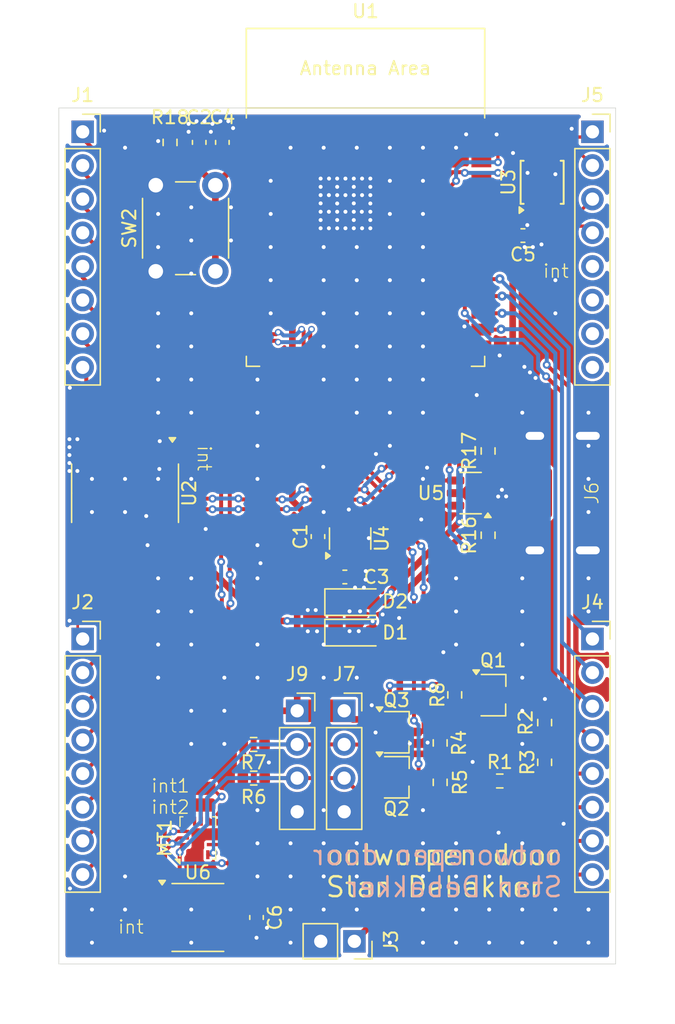
<source format=kicad_pcb>
(kicad_pcb (version 20241229) (generator "pcbnew") (generator_version "9.0")
  (layers (0 "F.Cu" signal) (2 "B.Cu" signal) (13 "F.Paste" user) (15 "B.Paste" user) (5 "F.SilkS" user "F.Silkscreen") (7 "B.SilkS" user "B.Silkscreen") (1 "F.Mask" user) (3 "B.Mask" user) (25 "Edge.Cuts" user))
  (net 0 "")
  (net 1 "+3.3V")
  (net 2 "GND")
  (net 3 "Net-(U1-EN{slash}CHIP_PU)")
  (net 4 "/Vin_reg")
  (net 5 "+5V")
  (net 6 "+5Vin")
  (net 7 "Net-(J1-Pin_1)")
  (net 8 "Net-(J1-Pin_4)")
  (net 9 "Net-(J1-Pin_8)")
  (net 10 "Net-(J1-Pin_2)")
  (net 11 "Net-(J1-Pin_6)")
  (net 12 "Net-(J1-Pin_5)")
  (net 13 "Net-(J1-Pin_3)")
  (net 14 "Net-(J1-Pin_7)")
  (net 15 "Net-(J2-Pin_8)")
  (net 16 "Net-(J2-Pin_2)")
  (net 17 "Net-(J2-Pin_4)")
  (net 18 "Net-(J2-Pin_1)")
  (net 19 "Net-(J2-Pin_3)")
  (net 20 "Net-(J2-Pin_5)")
  (net 21 "Net-(J2-Pin_7)")
  (net 22 "Net-(J2-Pin_6)")
  (net 23 "Net-(J4-Pin_2)")
  (net 24 "Net-(J4-Pin_4)")
  (net 25 "/SCL_{5V}")
  (net 26 "Net-(J4-Pin_3)")
  (net 27 "/RX")
  (net 28 "/SDA_{5V}")
  (net 29 "Net-(J4-Pin_1)")
  (net 30 "/TX")
  (net 31 "Net-(J5-Pin_1)")
  (net 32 "Net-(J5-Pin_3)")
  (net 34 "Net-(J5-Pin_2)")
  (net 37 "Net-(J5-Pin_4)")
  (net 38 "Net-(J6-DP1)")
  (net 39 "Net-(J6-DN1)")
  (net 41 "Net-(J6-CC2)")
  (net 43 "Net-(J6-CC1)")
  (net 44 "/SDA_{3.3V}")
  (net 45 "/SCL_{3.3V}")
  (net 46 "/D+")
  (net 47 "/D-")
  (net 50 "Net-(Q1-S)")
  (net 51 "Net-(U1-U0RXD{slash}GPIO17)")
  (net 68 "Net-(J10-Pin_1)")
  (net 69 "Net-(J11-Pin_1)")
  (net 70 "Net-(J12-Pin_1)")
  (net 71 "Net-(J13-Pin_1)")
  (net 72 "Net-(J14-Pin_1)")
  (footprint "Resistor_SMD:R_0603_1608Metric" (layer "F.Cu") (at 58.4 32.1 -90)
    (property "Reference" "R18")
    (property "Value" "10K")
  )
  (footprint "Connector_PinSocket_2.54mm:PinSocket_1x08_P2.54mm_Vertical" (layer "F.Cu") (at 51.8 31.3)
    (property "Reference" "J1")
    (property "Value" "Conn_01x08_Pin")
  )
  (footprint "Resistor_SMD:R_0603_1608Metric" (layer "F.Cu") (at 79.9 73.8 -90)
    (property "Reference" "R8")
    (property "Value" "10K")
  )
  (footprint "Package_TO_SOT_SMD:SOT-23-6" (layer "F.Cu") (at 81.1 58.57 180)
    (property "Reference" "U5")
    (property "Value" "USBLC6-2SC6")
  )
  (footprint "Diode_SMD:D_SOD-123F" (layer "F.Cu") (at 72.3 69.1)
    (property "Reference" "D1")
    (property "Value" "CMMSH1-60G TR PBFREE")
  )
  (footprint "Diode_SMD:D_SOD-123F" (layer "F.Cu") (at 72.3 66.8)
    (property "Reference" "D2")
    (property "Value" "CMMSH1-60G TR PBFREE")
  )
  (footprint "Resistor_SMD:R_0603_1608Metric" (layer "F.Cu") (at 82.42 61.75 90)
    (property "Reference" "R16")
    (property "Value" "5.1k")
  )
  (footprint "Package_SO:TSSOP-10_3x3mm_P0.5mm" (layer "F.Cu") (at 86.5 35.11 90)
    (property "Reference" "U3")
    (property "Value" "ADS1115IDGS")
  )
  (footprint "Package_LGA:Bosch_LGA-14_3x2.5mm_P0.5mm" (layer "F.Cu") (at 60.5 84.6 90)
    (property "Reference" "MT1")
    (property "Value" "ICM-42670-P")
  )
  (footprint "Connector_Wire:SolderWirePad_1x01_SMD_1x2mm" (layer "F.Cu") (at 60.83 82.11 90)
    (property "Reference" "J14" (hide yes))
    (property "Value" "Conn_01x01")
  )
  (footprint "Connector_PinSocket_2.54mm:PinSocket_1x04_P2.54mm_Vertical" (layer "F.Cu") (at 71.55 75)
    (property "Reference" "J7")
    (property "Value" "Conn_01x04_Pin")
  )
  (footprint "Resistor_SMD:R_0603_1608Metric" (layer "F.Cu") (at 86.69 78.89 -90)
    (property "Reference" "R3")
    (property "Value" "10K")
  )
  (footprint "Button_Switch_THT:SW_PUSH_6mm" (layer "F.Cu") (at 57.32 41.83 90)
    (property "Reference" "SW2")
    (property "Value" "SW_Push")
  )
  (footprint "Capacitor_SMD:C_0603_1608Metric" (layer "F.Cu") (at 60.6 32.1 -90)
    (property "Reference" "C2")
    (property "Value" "1µF")
  )
  (footprint "Connector_PinSocket_2.54mm:PinSocket_1x02_P2.54mm_Vertical" (layer "F.Cu") (at 72.32 92.4 -90)
    (property "Reference" "J3")
    (property "Value" "Conn_01x02_Pin")
  )
  (footprint "Resistor_SMD:R_0603_1608Metric" (layer "F.Cu") (at 78.8 80.4 90)
    (property "Reference" "R5")
    (property "Value" "10K")
  )
  (footprint "Connector_USB:usb4215-3472997" (layer "F.Cu") (at 92.05 58.57 90)
    (property "Reference" "J6")
    (property "Value" "USB4215-03-A_REVA")
  )
  (footprint "Resistor_SMD:R_0603_1608Metric" (layer "F.Cu") (at 86.69 75.89 90)
    (property "Reference" "R2")
    (property "Value" "20K")
  )
  (footprint "Capacitor_SMD:C_0603_1608Metric" (layer "F.Cu") (at 71.6 64.9)
    (property "Reference" "C3")
    (property "Value" "1µF")
  )
  (footprint "Resistor_SMD:R_0603_1608Metric" (layer "F.Cu") (at 83.3 80.3)
    (property "Reference" "R1")
    (property "Value" "10K")
  )
  (footprint "Connector_Wire:SolderWirePad_1x01_SMD_1x2mm" (layer "F.Cu") (at 55.53 92.5 90)
    (property "Reference" "J12" (hide yes))
    (property "Value" "Conn_01x01")
  )
  (footprint "Package_TO_SOT_SMD:TSOT-23" (layer "F.Cu") (at 75.5 76.6)
    (property "Reference" "Q3")
    (property "Value" "MMBT7001K")
  )
  (footprint "Package_TO_SOT_SMD:SOT-23-5" (layer "F.Cu") (at 72 62 90)
    (property "Reference" "U4")
    (property "Value" "TLV75733PDBV")
  )
  (footprint "Package_TO_SOT_SMD:TSOT-23" (layer "F.Cu") (at 82.8 73.8)
    (property "Reference" "Q1")
    (property "Value" "MMBT7001K")
  )
  (footprint "Connector_PinSocket_2.54mm:PinSocket_1x08_P2.54mm_Vertical" (layer "F.Cu") (at 51.8 69.58)
    (property "Reference" "J2")
    (property "Value" "Conn_01x08_Pin")
  )
  (footprint "Resistor_SMD:R_0603_1608Metric" (layer "F.Cu") (at 64.72 80.08 180)
    (property "Reference" "R6")
    (property "Value" "10K")
  )
  (footprint "Connector_PinSocket_2.54mm:PinSocket_1x08_P2.54mm_Vertical" (layer "F.Cu") (at 90.3 69.58)
    (property "Reference" "J4")
    (property "Value" "Conn_01x08_Pin")
  )
  (footprint "Connector_Wire:SolderWirePad_1x01_SMD_1x2mm" (layer "F.Cu") (at 60.83 80.85 90)
    (property "Reference" "J13" (hide yes))
    (property "Value" "Conn_01x01")
  )
  (footprint "Capacitor_SMD:C_0603_1608Metric" (layer "F.Cu") (at 85.05 39.13 180)
    (property "Reference" "C5")
    (property "Value" "1µF")
  )
  (footprint "Package_SO:SOIC-8_3.9x4.9mm_P1.27mm" (layer "F.Cu") (at 60.5 90.6)
    (property "Reference" "U6")
    (property "Value" "MLX90395KDC-BBA-101-RE")
  )
  (footprint "Package_TO_SOT_SMD:TSOT-23" (layer "F.Cu") (at 75.5 80)
    (property "Reference" "Q2")
    (property "Value" "MMBT7001K")
  )
  (footprint "Connector_PinSocket_2.54mm:PinSocket_1x04_P2.54mm_Vertical" (layer "F.Cu") (at 68 75)
    (property "Reference" "J9")
    (property "Value" "Conn_01x04_Pin")
  )
  (footprint "Connector_PinSocket_2.54mm:PinSocket_1x08_P2.54mm_Vertical" (layer "F.Cu") (at 90.3 31.3)
    (property "Reference" "J5")
    (property "Value" "Conn_01x08_Pin")
  )
  (footprint "Resistor_SMD:R_0603_1608Metric" (layer "F.Cu") (at 64.71 77.54 180)
    (property "Reference" "R7")
    (property "Value" "10K")
  )
  (footprint "Resistor_SMD:R_0603_1608Metric" (layer "F.Cu") (at 82.42 55.39 -90)
    (property "Reference" "R17")
    (property "Value" "5.1k")
  )
  (footprint "Package_SO:TSSOP-24_4.4x7.8mm_P0.65mm" (layer "F.Cu") (at 55 58.58 -90)
    (property "Reference" "U2")
    (property "Value" "TCA9535DBR")
  )
  (footprint "Capacitor_SMD:C_0603_1608Metric" (layer "F.Cu") (at 64.93 90.6 90)
    (property "Reference" "C6")
    (property "Value" "1µF")
  )
  (footprint "Capacitor_SMD:C_0603_1608Metric" (layer "F.Cu") (at 62.35 32.1 -90)
    (property "Reference" "C4")
    (property "Value" "1µF")
  )
  (footprint "Capacitor_SMD:C_0603_1608Metric" (layer "F.Cu") (at 69.57 61.85 -90)
    (property "Reference" "C1")
    (property "Value" "1µF")
  )
  (footprint "Connector_Wire:SolderWirePad_1x01_SMD_1x2mm" (layer "F.Cu") (at 87.48 39.77 180)
    (property "Reference" "J11" (hide yes))
    (property "Value" "Conn_01x01")
  )
  (footprint "Connector_Wire:SolderWirePad_1x01_SMD_1x2mm" (layer "F.Cu") (at 59.78 55.98)
    (property "Reference" "J10" (hide yes))
    (property "Value" "Conn_01x01")
  )
  (footprint "Resistor_SMD:R_0603_1608Metric" (layer "F.Cu") (at 78.8 77.425 -90)
    (property "Reference" "R4")
    (property "Value" "10K")
  )
  (footprint "PCM_Espressif:ESP32-C6-WROOM-1" (layer "F.Cu") (at 73.16 39.25)
    (property "Reference" "U1")
    (property "Value" "ESP32-C6-WROOM-1")
  )
  (gr_line (start 92.05 29.5) (end 92.05 94.11) (stroke (width 0.05)) (layer "Edge.Cuts"))
  (gr_line (start 92.05 94.11) (end 50 94.11) (stroke (width 0.05)) (layer "Edge.Cuts"))
  (gr_line (start 50 29.5) (end 92.05 29.5) (stroke (width 0.05)) (layer "Edge.Cuts"))
  (gr_line (start 50 94.11) (end 50 29.5) (stroke (width 0.05)) (layer "Edge.Cuts"))
  (gr_text "int" (at 54.4 91.9 0) (layer "F.SilkS") (effects (font (size 1 1) (thickness 0.1)) (justify left bottom)))
  (gr_text "int1\nint2\n" (at 56.91 82.86 0) (layer "F.SilkS") (effects (font (size 1 1) (thickness 0.1)) (justify left bottom)))
  (gr_text "int" (at 86.5 42.4 0) (layer "F.SilkS") (effects (font (size 1 1) (thickness 0.1)) (justify left bottom)))
  (gr_text "ontworpen door\nStan Debakker" (at 70.05 89.18 0) (layer "F.SilkS") (effects (font (size 1.5 1.5) (thickness 0.1875)) (justify left bottom)))
  (gr_text "int" (at 60.4 54.9 270) (layer "F.SilkS") (effects (font (size 1 1) (thickness 0.1)) (justify left bottom)))
  (gr_text "ontworepen door \nStan Debakker\n" (at 88.15 89.18 0) (layer "B.SilkS") (effects (font (size 1.5 1.5) (thickness 0.1875)) (justify left bottom mirror)))
  (segment (start 59.225 32.1) (end 59.937758 32.1) (width 0.5) (layer "F.Cu") (net 1))
  (segment (start 68 75) (end 68 62.645) (width 0.5) (layer "F.Cu") (net 1))
  (segment (start 75.151 78.089) (end 74.19 79.05) (width 0.3) (layer "F.Cu") (net 1))
  (segment (start 81.49 72.85) (end 80.025 72.85) (width 0.3) (layer "F.Cu") (net 1))
  (segment (start 63.885 77.54) (end 63.885 76.712925) (width 0.5) (layer "F.Cu") (net 1))
  (segment (start 61.575 32.1) (end 59.225 32.1) (width 0.25) (layer "F.Cu") (net 1))
  (segment (start 69.57 61.075) (end 70.8375 61.075) (width 0.5) (layer "F.Cu") (net 1))
  (segment (start 62.975 83.43) (end 62.975 82.7) (width 0.5) (layer "F.Cu") (net 1))
  (segment (start 74.999 74.841) (end 74.19 75.65) (width 0.3) (layer "F.Cu") (net 1))
  (segment (start 61.575 32.1) (end 61.262242 32.1) (width 0.5) (layer "F.Cu") (net 1))
  (segment (start 62.975 82.7) (end 63.895 81.78) (width 0.5) (layer "F.Cu") (net 1))
  (segment (start 61.5125 85.1) (end 62.945 85.1) (width 0.25) (layer "F.Cu") (net 1))
  (segment (start 70.8375 61.075) (end 71.05 60.8625) (width 0.5) (layer "F.Cu") (net 1))
  (segment (start 62.965 32.26) (end 64.41 32.26) (width 0.5) (layer "F.Cu") (net 1))
  (segment (start 58.4 31.275) (end 59.225 32.1) (width 0.5) (layer "F.Cu") (net 1))
  (segment (start 62.1905 83.4135) (end 61.326 83.4135) (width 0.5) (layer "F.Cu") (net 1))
  (segment (start 74.999 73.1) (end 74.999 74.841) (width 0.3) (layer "F.Cu") (net 1))
  (segment (start 64.41 32.26) (end 65.242 32.26) (width 0.5) (layer "F.Cu") (net 1))
  (segment (start 78.198784 73.1) (end 78.323784 72.975) (width 0.3) (layer "F.Cu") (net 1))
  (segment (start 62.975 84.198) (end 62.975 83.43) (width 0.5) (layer "F.Cu") (net 1))
  (segment (start 62.2615 83.4135) (end 62.975 82.7) (width 0.5) (layer "F.Cu") (net 1))
  (segment (start 62.975 86.52) (end 62.975 85.07) (width 0.5) (layer "F.Cu") (net 1))
  (segment (start 75.148 76.608) (end 75.148 77.167298) (width 0.3) (layer "F.Cu") (net 1))
  (segment (start 62.975 85.07) (end 62.975 84.198) (width 0.5) (layer "F.Cu") (net 1))
  (segment (start 62.35 32.875) (end 62.965 32.26) (width 0.5) (layer "F.Cu") (net 1))
  (segment (start 62.2615 83.4135) (end 62.278 83.43) (width 0.5) (layer "F.Cu") (net 1))
  (segment (start 62.955 86.5) (end 62.975 86.52) (width 0.3) (layer "F.Cu") (net 1))
  (segment (start 63.885 76.712925) (end 65.597925 75) (width 0.5) (layer "F.Cu") (net 1))
  (segment (start 62.945 85.1) (end 62.975 85.07) (width 0.25) (layer "F.Cu") (net 1))
  (segment (start 58.652216 84.050867) (end 58.701349 84.1) (width 0.25) (layer "F.Cu") (net 1))
  (segment (start 62.1905 83.4135) (end 62.2615 83.4135) (width 0.5) (layer "F.Cu") (net 1))
  (segment (start 80.025 72.85) (end 79.9 72.975) (width 0.3) (layer "F.Cu") (net 1))
  (segment (start 78.323784 72.975) (end 79.9 72.975) (width 0.3) (layer "F.Cu") (net 1))
  (segment (start 74.19 75.65) (end 72.2 75.65) (width 0.5) (layer "F.Cu") (net 1))
  (segment (start 65.242 32.26) (end 67.636 34.654) (width 0.5) (layer "F.Cu") (net 1))
  (segment (start 67.636 34.654) (end 67.636 59.141) (width 0.5) (layer "F.Cu") (net 1))
  (segment (start 62.31 86.5) (end 62.955 86.5) (width 0.3) (layer "F.Cu") (net 1))
  (segment (start 74.19 75.65) (end 75.148 76.608) (width 0.3) (layer "F.Cu") (net 1))
  (segment (start 62.278 83.43) (end 62.975 83.43) (width 0.5) (layer "F.Cu") (net 1))
  (segment (start 63.895 81.78) (end 63.895 80.08) (width 0.5) (layer "F.Cu") (net 1))
  (segment (start 62.35 32.875) (end 61.575 32.1) (width 0.5) (layer "F.Cu") (net 1))
  (segment (start 75.151 77.170298) (end 75.151 78.089) (width 0.3) (layer "F.Cu") (net 1))
  (segment (start 62.975 88.695) (end 62.975 86.77) (width 0.5) (layer "F.Cu") (net 1))
  (segment (start 62.975 88.695) (end 62.975 85.07) (width 0.5) (layer "F.Cu") (net 1))
  (segment (start 72.2 75.65) (end 71.55 75) (width 0.5) (layer "F.Cu") (net 1))
  (segment (start 68 62.645) (end 69.57 61.075) (width 0.5) (layer "F.Cu") (net 1))
  (segment (start 58.701349 84.1) (end 59.4875 84.1) (width 0.25) (layer "F.Cu") (net 1))
  (segment (start 62.975 84.198) (end 62.1905 83.4135) (width 0.5) (layer "F.Cu") (net 1))
  (segment (start 75.148 77.167298) (end 75.151 77.170298) (width 0.3) (layer "F.Cu") (net 1))
  (segment (start 62.975 86.77) (end 62.975 86.52) (width 0.5) (layer "F.Cu") (net 1))
  (segment (start 65.597925 75) (end 68 75) (width 0.5) (layer "F.Cu") (net 1))
  (segment (start 63.895 80.08) (end 63.895 77.55) (width 0.5) (layer "F.Cu") (net 1))
  (segment (start 67.636 59.141) (end 69.57 61.075) (width 0.5) (layer "F.Cu") (net 1))
  (segment (start 63.895 77.55) (end 63.885 77.54) (width 0.5) (layer "F.Cu") (net 1))
  (segment (start 61.326 83.4135) (end 61.326 83.3375) (width 0.5) (layer "F.Cu") (net 1))
  (via (at 58.65 84.1) (size 0.6) (drill 0.3) (layers "F.Cu" "B.Cu") (net 1))
  (via (at 74.999 73.1) (size 0.6) (drill 0.3) (layers "F.Cu" "B.Cu") (net 1))
  (via (at 78.198784 73.1) (size 0.6) (drill 0.3) (layers "F.Cu" "B.Cu") (net 1))
  (via (at 62.31 86.5) (size 0.6) (drill 0.3) (layers "F.Cu" "B.Cu") (net 1))
  (segment (start 59.063231 86.53) (end 62.28 86.53) (width 0.3) (layer "B.Cu") (net 1))
  (segment (start 57.922969 84.765076) (end 58.588045 84.1) (width 0.3) (layer "B.Cu") (net 1))
  (segment (start 78.198784 73.1) (end 74.999 73.1) (width 0.3) (layer "B.Cu") (net 1))
  (segment (start 59.063231 86.53) (end 57.922969 85.389738) (width 0.3) (layer "B.Cu") (net 1))
  (segment (start 58.588045 84.1) (end 58.65 84.1) (width 0.3) (layer "B.Cu") (net 1))
  (segment (start 57.922969 85.389738) (end 57.922969 84.765076) (width 0.3) (layer "B.Cu") (net 1))
  (segment (start 62.28 86.53) (end 62.31 86.5) (width 0.3) (layer "B.Cu") (net 1))
  (via (at 72.5 47.5) (size 0.6) (drill 0.3) (layers "F.Cu" "B.Cu") (net 2))
  (via (at 90 90) (size 0.6) (drill 0.3) (layers "F.Cu" "B.Cu") (net 2))
  (via (at 72.5 32.5) (size 0.6) (drill 0.3) (layers "F.Cu" "B.Cu") (net 2))
  (via (at 77.5 40) (size 0.6) (drill 0.3) (layers "F.Cu" "B.Cu") (net 2))
  (via (at 67.5 90) (size 0.6) (drill 0.3) (layers "F.Cu" "B.Cu") (net 2))
  (via (at 80.76 31.49) (size 0.6) (drill 0.3) (layers "F.Cu" "B.Cu") (net 2))
  (via (at 57.5 72.5) (size 0.6) (drill 0.3) (layers "F.Cu" "B.Cu") (net 2))
  (via (at 85.8 40) (size 0.6) (drill 0.3) (layers "F.Cu" "B.Cu") (net 2))
  (via (at 70.395 36.08) (size 0.6) (drill 0.3) (layers "F.Cu" "B.Cu") (net 2))
  (via (at 75 50) (size 0.6) (drill 0.3) (layers "F.Cu" "B.Cu") (net 2))
  (via (at 86.71 74.11) (size 0.6) (drill 0.3) (layers "F.Cu" "B.Cu") (net 2))
  (via (at 73.92 76.64) (size 0.6) (drill 0.3) (layers "F.Cu" "B.Cu") (net 2))
  (via (at 90 67.5) (size 0.6) (drill 0.3) (layers "F.Cu" "B.Cu") (net 2))
  (via (at 70.395 37.335) (size 0.6) (drill 0.3) (layers "F.Cu" "B.Cu") (net 2))
  (via (at 55 57.5) (size 0.6) (drill 0.3) (layers "F.Cu" "B.Cu") (net 2))
  (via (at 70 40) (size 0.6) (drill 0.3) (layers "F.Cu" "B.Cu") (net 2))
  (via (at 77.5 57.5) (size 0.6) (drill 0.3) (layers "F.Cu" "B.Cu") (net 2))
  (via (at 77.5 42.5) (size 0.6) (drill 0.3) (layers "F.Cu" "B.Cu") (net 2))
  (via (at 80 70) (size 0.6) (drill 0.3) (layers "F.Cu" "B.Cu") (net 2))
  (via (at 57.62 54.65) (size 0.6) (drill 0.3) (layers "F.Cu" "B.Cu") (net 2))
  (via (at 75 40) (size 0.6) (drill 0.3) (layers "F.Cu" "B.Cu") (net 2))
  (via (at 70 70) (size 0.6) (drill 0.3) (layers "F.Cu" "B.Cu") (net 2))
  (via (at 72.5 45) (size 0.6) (drill 0.3) (layers "F.Cu" "B.Cu") (net 2))
  (via (at 50.8 56.3) (size 0.6) (drill 0.3) (layers "F.Cu" "B.Cu") (net 2))
  (via (at 81.56 51.17) (size 0.6) (drill 0.3) (layers "F.Cu" "B.Cu") (net 2))
  (via (at 71.645 38.58) (size 0.6) (drill 0.3) (layers "F.Cu" "B.Cu") (net 2))
  (via (at 84.3 32.9) (size 0.6) (drill 0.3) (layers "F.Cu" "B.Cu") (net 2))
  (via (at 60 45) (size 0.6) (drill 0.3) (layers "F.Cu" "B.Cu") (net 2))
  (via (at 69.77 34.83) (size 0.6) (drill 0.3) (layers "F.Cu" "B.Cu") (net 2))
  (via (at 72.5 42.5) (size 0.6) (drill 0.3) (layers "F.Cu" "B.Cu") (net 2))
  (via (at 72.9 34.83) (size 0.6) (drill 0.3) (layers "F.Cu" "B.Cu") (net 2))
  (via (at 76.51 77.47) (size 0.6) (drill 0.3) (layers "F.Cu" "B.Cu") (net 2))
  (via (at 65.715 91.375) (size 0.6) (drill 0.3) (layers "F.Cu" "B.Cu") (net 2))
  (via (at 61.09 61.28) (size 0.6) (drill 0.3) (layers "F.Cu" "B.Cu") (net 2))
  (via (at 77.37 60.56) (size 0.6) (drill 0.3) (layers "F.Cu" "B.Cu") (net 2))
  (via (at 72.275 37.96) (size 0.6) (drill 0.3) (layers "F.Cu" "B.Cu") (net 2))
  (via (at 62.2 30.5) (size 0.6) (drill 0.3) (layers "F.Cu" "B.Cu") (net 2))
  (via (at 80 87.5) (size 0.6) (drill 0.3) (layers "F.Cu" "B.Cu") (net 2))
  (via (at 60 47.5) (size 0.6) (drill 0.3) (layers "F.Cu" "B.Cu") (net 2))
  (via (at 75 37.5) (size 0.6) (drill 0.3) (layers "F.Cu" "B.Cu") (net 2))
  (via (at 65 87.5) (size 0.6) (drill 0.3) (layers "F.Cu" "B.Cu") (net 2))
  (via (at 72.5 87.5) (size 0.6) (drill 0.3) (layers "F.Cu" "B.Cu") (net 2))
  (via (at 57.5 70) (size 0.6) (drill 0.3) (layers "F.Cu" "B.Cu") (net 2))
  (via (at 73.525 38.58) (size 0.6) (drill 0.3) (layers "F.Cu" "B.Cu") (net 2))
  (via (at 67.5 85) (size 0.6) (drill 0.3) (layers "F.Cu" "B.Cu") (net 2))
  (via (at 57.5 47.5) (size 0.6) (drill 0.3) (layers "F.Cu" "B.Cu") (net 2))
  (via (at 69.77 37.335) (size 0.6) (drill 0.3) (layers "F.Cu" "B.Cu") (net 2))
  (via (at 85 52.5) (size 0.6) (drill 0.3) (layers "F.Cu" "B.Cu") (net 2))
  (via (at 63 39.5) (size 0.6) (drill 0.3) (layers "F.Cu" "B.Cu") (net 2))
  (via (at 60 39.5) (size 0.6) (drill 0.3) (layers "F.Cu" "B.Cu") (net 2))
  (via (at 69.77 38.58) (size 0.6) (drill 0.3) (layers "F.Cu" "B.Cu") (net 2))
  (via (at 70 87.5) (size 0.6) (drill 0.3) (layers "F.Cu" "B.Cu") (net 2))
  (via (at 70 82.5) (size 0.6) (drill 0.3) (layers "F.Cu" "B.Cu") (net 2))
  (via (at 66 35) (size 0.6) (drill 0.3) (layers "F.Cu" "B.Cu") (net 2))
  (via (at 57.5 50) (size 0.6) (drill 0.3) (layers "F.Cu" "B.Cu") (net 2))
  (via (at 57.5 65) (size 0.6) (drill 0.3) (layers "F.Cu" "B.Cu") (net 2))
  (via (at 70 32.5) (size 0.6) (drill 0.3) (layers "F.Cu" "B.Cu") (net 2))
  (via (at 80 85) (size 0.6) (drill 0.3) (layers "F.Cu" "B.Cu") (net 2))
  (via (at 72.275 37.335) (size 0.6) (drill 0.3) (layers "F.Cu" "B.Cu") (net 2))
  (via (at 53.42 31.21) (size 0.6) (drill 0.3) (layers "F.Cu" "B.Cu") (net 2))
  (via (at 71.955 68.99) (size 0.6) (drill 0.3) (layers "F.Cu" "B.Cu") (net 2))
  (via (at 57.5 37.5) (size 0.6) (drill 0.3) (layers "F.Cu" "B.Cu") (net 2))
  (via (at 61.6 30.7) (size 0.6) (drill 0.3) (layers "F.Cu" "B.Cu") (net 2))
  (via (at 50.81 68.2) (size 0.6) (drill 0.3) (layers "F.Cu" "B.Cu") (net 2))
  (via (at 57.5 52.5) (size 0.6) (drill 0.3) (layers "F.Cu" "B.Cu") (net 2))
  (via (at 79.04 70.58) (size 0.6) (drill 0.3) (layers "F.Cu" "B.Cu") (net 2))
  (via (at 66 40) (size 0.6) (drill 0.3) (layers "F.Cu" "B.Cu") (net 2))
  (via (at 87.5 45) (size 0.6) (drill 0.3) (layers "F.Cu" "B.Cu") (net 2))
  (via (at 80.63 45.99) (size 0.6) (drill 0.3) (layers "F.Cu" "B.Cu") (net 2))
  (via (at 69.77 36.08) (size 0.6) (drill 0.3) (layers "F.Cu" "B.Cu") (net 2))
  (via (at 75 45) (size 0.6) (drill 0.3) (layers "F.Cu" "B.Cu") (net 2))
  (via (at 65.86 78.9) (size 0.6) (drill 0.3) (layers "F.Cu" "B.Cu") (net 2))
  (via (at 80 32.5) (size 0.6) (drill 0.3) (layers "F.Cu" "B.Cu") (net 2))
  (via (at 83.06 31.5) (size 0.6) (drill 0.3) (layers "F.Cu" "B.Cu") (net 2))
  (via (at 75 32.5) (size 0.6) (drill 0.3) (layers "F.Cu" "B.Cu") (net 2))
  (via (at 59.8 31.3) (size 0.6) (drill 0.3) (layers "F.Cu" "B.Cu") (net 2))
  (via (at 73.18 64.46) (size 0.6) (drill 0.3) (layers "F.Cu" "B.Cu") (net 2))
  (via (at 90 55) (size 0.6) (drill 0.3) (layers "F.Cu" "B.Cu") (net 2))
  (via (at 65 65) (size 0.6) (drill 0.3) (layers "F.Cu" "B.Cu") (net 2))
  (via (at 90 60) (size 0.6) (drill 0.3) (layers "F.Cu" "B.Cu") (net 2))
  (via (at 85 77.5) (size 0.6) (drill 0.3) (layers "F.Cu" "B.Cu") (net 2))
  (via (at 77.5 37.5) (size 0.6) (drill 0.3) (layers "F.Cu" "B.Cu") (net 2))
  (via (at 67.5 87.5) (size 0.6) (drill 0.3) (layers "F.Cu" "B.Cu") (net 2))
  (via (at 72.37 65.7) (size 0.6) (drill 0.3) (layers "F.Cu" "B.Cu") (net 2))
  (via (at 70 60) (size 0.6) (drill 0.3) (layers "F.Cu" "B.Cu") (net 2))
  (via (at 50.8 55.1) (size 0.6) (drill 0.3) (layers "F.Cu" "B.Cu") (net 2))
  (via (at 65 82.5) (size 0.6) (drill 0.3) (layers "F.Cu" "B.Cu") (net 2))
  (via (at 73.63 74.58) (size 0.6) (drill 0.3) (layers "F.Cu" "B.Cu") (net 2))
  (via (at 85 72.5) (size 0.6) (drill 0.3) (layers "F.Cu" "B.Cu") (net 2))
  (via (at 60 75) (size 0.6) (drill 0.3) (layers "F.Cu" "B.Cu") (net 2))
  (via (at 50.83 50.62) (size 0.6) (drill 0.3) (layers "F.Cu" "B.Cu") (net 2))
  (via (at 81.25 78.86) (size 0.6) (drill 0.3) (layers "F.Cu" "B.Cu") (net 2))
  (via (at 72.88 37.335) (size 0.6) (drill 0.3) (layers "F.Cu" "B.Cu") (net 2))
  (via (at 72.5 85) (size 0.6) (drill 0.3) (layers "F.Cu" "B.Cu") (net 2))
  (via (at 65 50) (size 0.6) (drill 0.3) (layers "F.Cu" "B.Cu") (net 2))
  (via (at 85 67.5) (size 0.6) (drill 0.3) (layers "F.Cu" "B.Cu") (net 2))
  (via (at 57.5 67.5) (size 0.6) (drill 0.3) (layers "F.Cu" "B.Cu") (net 2))
  (via (at 88.73 31.07) (size 0.6) (drill 0.3) (layers "F.Cu" "B.Cu") (net 2))
  (via (at 57.59 56.75) (size 0.6) (drill 0.3) (layers "F.Cu" "B.Cu") (net 2))
  (via (at 70.395 38.58) (size 0.6) (drill 0.3) (layers "F.Cu" "B.Cu") (net 2))
  (via (at 67.5 92.5) (size 0.6) (drill 0.3) (layers "F.Cu" "B.Cu") (net 2))
  (via (at 83.18 58.83) (size 0.6) (drill 0.3) (layers "F.Cu" "B.Cu") (net 2))
  (via (at 75 52.5) (size 0.6) (drill 0.3) (layers "F.Cu" "B.Cu") (net 2))
  (via (at 73.525 36.08) (size 0.6) (drill 0.3) (layers "F.Cu" "B.Cu") (net 2))
  (via (at 50.84 88.41) (size 0.6) (drill 0.3) (layers "F.Cu" "B.Cu") (net 2))
  (via (at 71.645 37.335) (size 0.6) (drill 0.3) (layers "F.Cu" "B.Cu") (net 2))
  (via (at 51.4 54.5) (size 0.6) (drill 0.3) (layers "F.Cu" "B.Cu") (net 2))
  (via (at 72.9 38.58) (size 0.6) (drill 0.3) (layers "F.Cu" "B.Cu") (net 2))
  (via (at 90 57.5) (size 0.6) (drill 0.3) (layers "F.Cu" "B.Cu") (net 2))
  (via (at 82.5 92.5) (size 0.6) (drill 0.3) (layers "F.Cu" "B.Cu") (net 2))
  (via (at 72.75 67.49) (size 0.6) (drill 0.3) (layers "F.Cu" "B.Cu") (net 2))
  (via (at 80 65) (size 0.6) (drill 0.3) (layers "F.Cu" "B.Cu") (net 2))
  (via (at 69.4 67.4) (size 0.6) (drill 0.3) (layers "F.Cu" "B.Cu") (net 2))
  (via (at 87.5 90) (size 0.6) (drill 0.3) (layers "F.Cu" "B.Cu") (net 2))
  (via (at 77.5 90) (size 0.6) (drill 0.3) (layers "F.Cu" "B.Cu") (net 2))
  (via (at 52.5 92.5) (size 0.6) (drill 0.3) (layers "F.Cu" "B.Cu") (net 2))
  (via (at 63 37) (size 0.6) (drill 0.3) (layers "F.Cu" "B.Cu") (net 2))
  (via (at 90 92.5) (size 0.6) (drill 0.3) (layers "F.Cu" "B.Cu") (net 2))
  (via (at 73.525 35.455) (size 0.6) (drill 0.3) (layers "F.Cu" "B.Cu") (net 2))
  (via (at 71.645 36.08) (size 0.6) (drill 0.3) (layers "F.Cu" "B.Cu") (net 2))
  (via (at 82.5 87.5) (size 0.6) (drill 0.3) (layers "F.Cu" "B.Cu") (net 2))
  (via (at 87.5 34.5) (size 0.6) (drill 0.3) (layers "F.Cu" "B.Cu") (net 2))
  (via (at 70 45) (size 0.6) (drill 0.3) (layers "F.Cu" "B.Cu") (net 2))
  (via (at 51.4 56.9) (size 0.6) (drill 0.3) (layers "F.Cu" "B.Cu") (net 2))
  (via (at 71.02 36.71) (size 0.6) (drill 0.3) (layers "F.Cu" "B.Cu") (net 2))
  (via (at 75 55) (size 0.6) (drill 0.3) (layers "F.Cu" "B.Cu") (net 2))
  (via (at 75 92.5) (size 0.6) (drill 0.3) (layers "F.Cu" "B.Cu") (net 2))
  (via (at 55 60) (size 0.6) (drill 0.3) (layers "F.Cu" "B.Cu") (net 2))
  (via (at 74.45 67.73) (size 0.6) (drill 0.3) (layers "F.Cu" "B.Cu") (net 2))
  (via (at 50.8 55.7) (size 0.6) (drill 0.3) (layers "F.Cu" "B.Cu") (net 2))
  (via (at 60 50) (size 0.6) (drill 0.3) (layers "F.Cu" "B.Cu") (net 2))
  (via (at 60 65) (size 0.6) (drill 0.3) (layers "F.Cu" "B.Cu") (net 2))
  (via (at 70.405 34.83) (size 0.6) (drill 0.3) (layers "F.Cu" "B.Cu") (net 2))
  (via (at 85.38 38.34) (size 0.6) (drill 0.3) (layers "F.Cu" "B.Cu") (net 2))
  (via (at 69.77 36.7) (size 0.6) (drill 0.3) (layers "F.Cu" "B.Cu") (net 2))
  (via (at 52.5 60) (size 0.6) (drill 0.3) (layers "F.Cu" "B.Cu") (net 2))
  (via (at 57.5 40) (size 0.6) (drill 0.3) (layers "F.Cu" "B.Cu") (net 2))
  (via (at 52.5 57.5) (size 0.6) (drill 0.3) (layers "F.Cu" "B.Cu") (net 2))
  (via (at 85.58 49.46) (size 0.6) (drill 0.3) (layers "F.Cu" "B.Cu") (net 2))
  (via (at 70 90) (size 0.6) (drill 0.3) (layers "F.Cu" "B.Cu") (net 2))
  (via (at 70 42.5) (size 0.6) (drill 0.3) (layers "F.Cu" "B.Cu") (net 2))
  (via (at 73.525 37.335) (size 0.6) (drill 0.3) (layers "F.Cu" "B.Cu") (net 2))
  (via (at 75 35) (size 0.6) (drill 0.3) (layers "F.Cu" "B.Cu") (net 2))
  (via (at 60 37) (size 0.6) (drill 0.3) (layers "F.Cu" "B.Cu") (net 2))
  (via (at 66 45) (size 0.6) (drill 0.3) (layers "F.Cu" "B.Cu") (net 2))
  (via (at 71.955 67.49) (size 0.6) (drill 0.3) (layers "F.Cu" "B.Cu") (net 2))
  (via (at 70 50) (size 0.6) (drill 0.3) (layers "F.Cu" "B.Cu") (net 2))
  (via (at 56.6 60.3) (size 0.6) (drill 0.3) (layers "F.Cu" "B.Cu") (net 2))
  (via (at 75.7 68) (size 0.6) (drill 0.3) (layers "F.Cu" "B.Cu") (net 2))
  (via (at 60 92.5) (size 0.6) (drill 0.3) (layers "F.Cu" "B.Cu") (net 2))
  (via (at 85 85) (size 0.6) (drill 0.3) (layers "F.Cu" "B.Cu") (net 2))
  (via (at 69.5 69) (size 0.6) (drill 0.3) (layers "F.Cu" "B.Cu") (net 2))
  (via (at 67.5 32.5) (size 0.6) (drill 0.3) (layers "F.Cu" "B.Cu") (net 2))
  (via (at 62.8 30.5) (size 0.6) (drill 0.3) (layers "F.Cu" "B.Cu") (net 2))
  (via (at 68.8 69) (size 0.6) (drill 0.3) (layers "F.Cu" "B.Cu") (net 2))
  (via (at 72.5 90) (size 0.6) (drill 0.3) (layers "F.Cu" "B.Cu") (net 2))
  (via (at 87.5 42.5) (size 0.6) (drill 0.3) (layers "F.Cu" "B.Cu") (net 2))
  (via (at 63.16 31.02) (size 0.6) (drill 0.3) (layers "F.Cu" "B.Cu") (net 2))
  (via (at 73.525 37.96) (size 0.6) (drill 0.3) (layers "F.Cu" "B.Cu") (net 2))
  (via (at 75 47.5) (size 0.6) (drill 0.3) (layers "F.Cu" "B.Cu") (net 2))
  (via (at 71.645 34.83) (size 0.6) (drill 0.3) (layers "F.Cu" "B.Cu") (net 2))
  (via (at 83.29 48.18) (size 0.6) (drill 0.3) (layers "F.Cu" "B.Cu") (net 2))
  (via (at 75 42.5) (size 0.6) (drill 0.3) (layers "F.Cu" "B.Cu") (net 2))
  (via (at 72.5 72.5) (size 0.6) (drill 0.3) (layers "F.Cu" "B.Cu") (net 2))
  (via (at 50.8 54.5) (size 0.6) (drill 0.3) (layers "F.Cu" "B.Cu") (net 2))
  (via (at 72.275 34.83) (size 0.6) (drill 0.3) (layers "F.Cu" "B.Cu") (net 2))
  (via (at 57.5 57.5) (size 0.6) (drill 0.3) (layers "F.Cu" "B.Cu") (net 2))
  (via (at 60 57.5) (size 0.6) (drill 0.3) (layers "F.Cu" "B.Cu") (net 2))
  (via (at 85.16 49.04) (size 0.6) (drill 0.3) (layers "F.Cu" "B.Cu") (net 2))
  (via (at 72.275 35.455) (size 0.6) (drill 0.3) (layers "F.Cu" "B.Cu") (net 2))
  (via (at 83.21 84.2) (size 0.6) (drill 0.3) (layers "F.Cu" "B.Cu") (net 2))
  (via (at 72.275 38.58) (size 0.6) (drill 0.3) (layers "F.Cu" "B.Cu") (net 2))
  (via (at 71.02 34.83) (size 0.6) (drill 0.3) (layers "F.Cu" "B.Cu") (net 2))
  (via (at 71.02 35.455) (size 0.6) (drill 0.3) (layers "F.Cu" "B.Cu") (net 2))
  (via (at 66 37.5) (size 0.6) (drill 0.3) (layers "F.Cu" "B.Cu") (net 2))
  (via (at 73.525 34.83) (size 0.6) (drill 0.3) (layers "F.Cu" "B.Cu") (net 2))
  (via (at 90 65) (size 0.6) (drill 0.3) (layers "F.Cu" "B.Cu") (net 2))
  (via (at 62.5 75) (size 0.6) (drill 0.3) (layers "F.Cu" "B.Cu") (net 2))
  (via (at 61 30.5) (size 0.6) (drill 0.3) (layers "F.Cu" "B.Cu") (net 2))
  (via (at 77.5 52.5) (size 0.6) (drill 0.3) (layers "F.Cu" "B.Cu") (net 2))
  (via (at 73.525 36.71) (size 0.6) (drill 0.3) (layers "F.Cu" "B.Cu") (net 2))
  (via (at 60 77.5) (size 0.6) (drill 0.3) (layers "F.Cu" "B.Cu") (net 2))
  (via (at 73.95 55.62) (size 0.6) (drill 0.3) (layers "F.Cu" "B.Cu") (net 2))
  (via (at 65 62.5) (size 0.6) (drill 0.3) (layers "F.Cu" "B.Cu") (net 2))
  (via (at 65 72.5) (size 0.6) (drill 0.3) (layers "F.Cu" "B.Cu") (net 2))
  (via (at 85.18 40) (size 0.6) (drill 0.3) (layers "F.Cu" "B.Cu") (net 2))
  (via (at 80 92.5) (size 0.6) (drill 0.3) (layers "F.Cu" "B.Cu") (net 2))
  (via (at 77.5 32.5) (size 0.6) (drill 0.3) (layers "F.Cu" "B.Cu") (net 2))
  (via (at 77.85 77.4) (size 0.6) (drill 0.3) (layers "F.Cu" "B.Cu") (net 2))
  (via (at 62.5 72.5) (size 0.6) (drill 0.3) (layers "F.Cu" "B.Cu") (net 2))
  (via (at 65 55) (size 0.6) (drill 0.3) (layers "F.Cu" "B.Cu") (net 2))
  (via (at 52.5 90) (size 0.6) (drill 0.3) (layers "F.Cu" "B.Cu") (net 2))
  (via (at 65 57.5) (size 0.6) (drill 0.3) (layers "F.Cu" "B.Cu") (net 2))
  (via (at 62.5 77.5) (size 0.6) (drill 0.3) (layers "F.Cu" "B.Cu") (net 2))
  (via (at 71.9 59.81) (size 0.6) (drill 0.3) (layers "F.Cu" "B.Cu") (net 2))
  (via (at 77.5 35) (size 0.6) (drill 0.3) (layers "F.Cu" "B.Cu") (net 2))
  (via (at 71.02 37.96) (size 0.6) (drill 0.3) (layers "F.Cu" "B.Cu") (net 2))
  (via (at 65 52.5) (size 0.6) (drill 0.3) (layers "F.Cu" "B.Cu") (net 2))
  (via (at 85 65) (size 0.6) (drill 0.3) (layers "F.Cu" "B.Cu") (net 2))
  (via (at 80 90) (size 0.6) (drill 0.3) (layers "F.Cu" "B.Cu") (net 2))
  (via (at 85 70) (size 0.6) (drill 0.3) (layers "F.Cu" "B.Cu") (net 2))
  (via (at 72.65 68.99) (size 0.6) (drill 0.3) (layers "F.Cu" "B.Cu") (net 2))
  (via (at 72.9 36.08) (size 0.6) (drill 0.3) (layers "F.Cu" "B.Cu") (net 2))
  (via (at 77.5 45) (size 0.6) (drill 0.3) (layers "F.Cu" "B.Cu") (net 2))
  (via (at 85 75) (size 0.6) (drill 0.3) (layers "F.Cu" "B.Cu") (net 2))
  (via (at 73.04 65.7) (size 0.6) (drill 0.3) (layers "F.Cu" "B.Cu") (net 2))
  (via (at 85 92.5) (size 0.6) (drill 0.3) (layers "F.Cu" "B.Cu") (net 2))
  (via (at 65 85) (size 0.6) (drill 0.3) (layers "F.Cu" "B.Cu") (net 2))
  (via (at 56.7 62.5) (size 0.6) (drill 0.3) (layers "F.Cu" "B.Cu") (net 2))
  (via (at 57.5 45) (size 0.6) (drill 0.3) (layers "F.Cu" "B.Cu") (net 2))
  (via (at 60 67.5) (size 0.6) (drill 0.3) (layers "F.Cu" "B.Cu") (net 2))
  (via (at 86 49.88) (size 0.6) (drill 0.3) (layers "F.Cu" "B.Cu") (net 2))
  (via (at 72.275 36.08) (size 0.6) (drill 0.3) (layers "F.Cu" "B.Cu") (net 2))
  (via (at 73.17 65.1) (size 0.6) (drill 0.3) (layers "F.Cu" "B.Cu") (net 2))
  (via (at 90 52.5) (size 0.6) (drill 0.3) (layers "F.Cu" "B.Cu") (net 2))
  (via (at 60 90) (size 0.6) (drill 0.3) (layers "F.Cu" "B.Cu") (net 2))
  (via (at 64.93 92.13) (size 0.6) (drill 0.3) (layers "F.Cu" "B.Cu") (net 2))
  (via (at 71.02 38.58) (size 0.6) (drill 0.3) (layers "F.Cu" "B.Cu") (net 2))
  (via (at 65 70) (size 0.6) (drill 0.3) (layers "F.Cu" "B.Cu") (net 2))
  (via (at 70 72.5) (size 0.6) (drill 0.3) (layers "F.Cu" "B.Cu") (net 2))
  (via (at 77.5 85) (size 0.6) (drill 0.3) (layers "F.Cu" "B.Cu") (net 2))
  (via (at 69.77 37.96) (size 0.6) (drill 0.3) (layers "F.Cu" "B.Cu") (net 2))
  (via (at 87.5 92.5) (size 0.6) (drill 0.3) (layers "F.Cu" "B.Cu") (net 2))
  (via (at 59.8 30.7) (size 0.6) (drill 0.3) (layers "F.Cu" "B.Cu") (net 2))
  (via (at 82.5 90) (size 0.6) (drill 0.3) (layers "F.Cu" "B.Cu") (net 2))
  (via (at 83.46 58.32) (size 0.6) (drill 0.3) (layers "F.Cu" "B.Cu") (net 2))
  (via (at 72.275 36.7) (size 0.6) (drill 0.3) (layers "F.Cu" "B.Cu") (net 2))
  (via (at 77.5 82.5) (size 0.6) (drill 0.3) (layers "F.Cu" "B.Cu") (net 2))
  (via (at 85.4 34.4) (size 0.6) (drill 0.3) (layers "F.Cu" "B.Cu") (net 2))
  (via (at 60 52.5) (size 0.6) (drill 0.3) (layers "F.Cu" "B.Cu") (net 2))
  (via (at 55 32.5) (size 0.6) (drill 0.3) (layers "F.Cu" "B.Cu") (net 2))
  (via (at 77.5 87.5) (size 0.6) (drill 0.3) (layers "F.Cu" "B.Cu") (net 2))
  (via (at 86.45 39.8) (size 0.6) (drill 0.3) (layers "F.Cu" "B.Cu") (net 2))
  (via (at 60 42) (size 0.6) (drill 0.3) (layers "F.Cu" "B.Cu") (net 2))
  (via (at 71.02 37.335) (size 0.6) (drill 0.3) (layers "F.Cu" "B.Cu") (net 2))
  (via (at 65.23 63.86) (size 0.6) (drill 0.3) (layers "F.Cu" "B.Cu") (net 2))
  (via (at 66 42.5) (size 0.6) (drill 0.3) (layers "F.Cu" "B.Cu") (net 2))
  (via (at 70 85) (size 0.6) (drill 0.3) (layers "F.Cu" "B.Cu") (net 2))
  (via (at 70 47.5) (size 0.6) (drill 0.3) (layers "F.Cu" "B.Cu") (net 2))
  (via (at 71.02 36.08) (size 0.6) (drill 0.3) (layers "F.Cu" "B.Cu") (net 2))
  (via (at 50.8 56.9) (size 0.6) (drill 0.3) (layers "F.Cu" "B.Cu") (net 2))
  (via (at 72.5 40) (size 0.6) (drill 0.3) (layers "F.Cu" "B.Cu") (net 2))
  (via (at 88.12 83.53) (size 0.6) (drill 0.3) (layers "F.Cu" "B.Cu") (net 2))
  (via (at 69.97 56.59) (size 0.6) (drill 0.3) (layers "F.Cu" "B.Cu") (net 2))
  (via (at 72.5 52.5) (size 0.6) (drill 0.3) (layers "F.Cu" "B.Cu") (net 2))
  (via (at 83.78 58.82) (size 0.6) (drill 0.3) (layers "F.Cu" "B.Cu") (net 2))
  (via (at 57.5 32) (size 0.6) (drill 0.3) (layers "F.Cu" "B.Cu") (net 2))
  (via (at 73.41 61.97) (size 0.6) (drill 0.3) (layers "F.Cu" "B.Cu") (net 2))
  (via (at 60 70) (size 0.6) (drill 0.3) (layers "F.Cu" "B.Cu") (net 2))
  (via (at 72.5 50) (size 0.6) (drill 0.3) (layers "F.Cu" "B.Cu") (net 2))
  (via (at 69.77 35.455) (size 0.6) (drill 0.3) (layers "F.Cu" "B.Cu") (net 2))
  (via (at 77.5 50) (size 0.6) (drill 0.3) (layers "F.Cu" "B.Cu") (net 2))
  (via (at 85 90) (size 0.6) (drill 0.3) (layers "F.Cu" "B.Cu") (net 2))
  (via (at 77.5 92.5) (size 0.6) (drill 0.3) (layers "F.Cu" "B.Cu") (net 2))
  (via (at 80 67.5) (size 0.6) (drill 0.3) (layers "F.Cu" "B.Cu") (net 2))
  (via (at 55 87.5) (size 0.6) (drill 0.3) (layers "F.Cu" "B.Cu") (net 2))
  (via (at 61.48 31.3) (size 0.6) (drill 0.3) (layers "F.Cu" "B.Cu") (net 2))
  (via (at 77.5 47.5) (size 0.6) (drill 0.3) (layers "F.Cu" "B.Cu") (net 2))
  (via (at 60.4 30.5) (size 0.6) (drill 0.3) (layers "F.Cu" "B.Cu") (net 2))
  (via (at 68.8 67.4) (size 0.6) (drill 0.3) (layers "F.Cu" "B.Cu") (net 2))
  (via (at 55 90) (size 0.6) (drill 0.3) (layers "F.Cu" "B.Cu") (net 2))
  (via (at 77.81 56.65) (size 0.6) (drill 0.3) (layers "F.Cu" "B.Cu") (net 2))
  (segment (start 58.45 32.875) (end 58.4 32.925) (width 0.5) (layer "F.Cu") (net 3))
  (segment (start 64.41 33.53) (end 63.62 33.53) (width 0.5) (layer "F.Cu") (net 3))
  (segment (start 60.6 32.875) (end 58.45 32.875) (width 0.5) (layer "F.Cu") (net 3))
  (segment (start 61.82 35.33) (end 61.82 41.83) (width 0.5) (layer "F.Cu") (net 3))
  (segment (start 63.62 33.53) (end 61.82 35.33) (width 0.5) (layer "F.Cu") (net 3))
  (segment (start 60.6 32.875) (end 60.6 34.11) (width 0.5) (layer "F.Cu") (net 3))
  (segment (start 60.6 34.11) (end 61.82 35.33) (width 0.5) (layer "F.Cu") (net 3))
  (segment (start 71.05 63.1375) (end 71.05 62.712322) (width 0.3) (layer "F.Cu") (net 4))
  (segment (start 72.95 62.475001) (end 72.95 63.1375) (width 0.3) (layer "F.Cu") (net 4))
  (segment (start 72.598999 62.124) (end 72.95 62.475001) (width 0.3) (layer "F.Cu") (net 4))
  (segment (start 71.05 62.712322) (end 71.638322 62.124) (width 0.3) (layer "F.Cu") (net 4))
  (segment (start 71.638322 62.124) (end 72.598999 62.124) (width 0.3) (layer "F.Cu") (net 4))
  (segment (start 79.525 80.3) (end 78.8 79.575) (width 0.5) (layer "F.Cu") (net 5))
  (segment (start 78.8 78.25) (end 75.802 78.25) (width 0.5) (layer "F.Cu") (net 5))
  (segment (start 75.749 78.303) (end 75.802 78.25) (width 0.5) (layer "F.Cu") (net 5))
  (segment (start 75.068122 66.048122) (end 75.068122 65.931878) (width 0.5) (layer "F.Cu") (net 5))
  (segment (start 84.275 36.908) (end 86.5 34.683) (width 0.5) (layer "F.Cu") (net 5))
  (segment (start 75.759 78.207) (end 75.759 77.031122) (width 0.5) (layer "F.Cu") (net 5))
  (segment (start 75.749 88.971) (end 72.32 92.4) (width 0.5) (layer "F.Cu") (net 5))
  (segment (start 65.3525 68.22) (end 58.575 61.4425) (width 0.5) (layer "F.Cu") (net 5))
  (segment (start 73.7 69.1) (end 73.7 68.24) (width 0.5) (layer "F.Cu") (net 5))
  (segment (start 80.324 56.82) (end 80.324 55.259804) (width 0.5) (layer "F.Cu") (net 5))
  (segment (start 75.802 78.25) (end 75.759 78.207) (width 0.5) (layer "F.Cu") (net 5))
  (segment (start 80.324 55.259804) (end 84.275 51.308804) (width 0.5) (layer "F.Cu") (net 5))
  (segment (start 82.475 80.3) (end 79.525 80.3) (width 0.5) (layer "F.Cu") (net 5))
  (segment (start 84.275 39.13) (end 84.275 51.308804) (width 0.5) (layer "F.Cu") (net 5))
  (segment (start 75.749 77.021122) (end 75.749 71.149) (width 0.5) (layer "F.Cu") (net 5))
  (segment (start 86.5 34.683) (end 86.5 33.961) (width 0.5) (layer "F.Cu") (net 5))
  (segment (start 75.749 88.971) (end 75.749 78.303) (width 0.5) (layer "F.Cu") (net 5))
  (segment (start 67.25 68.22) (end 65.3525 68.22) (width 0.5) (layer "F.Cu") (net 5))
  (segment (start 75.749 71.149) (end 73.7 69.1) (width 0.5) (layer "F.Cu") (net 5))
  (segment (start 78.8 79.575) (end 78.8 78.25) (width 0.5) (layer "F.Cu") (net 5))
  (segment (start 75.759 77.031122) (end 75.749 77.021122) (width 0.5) (layer "F.Cu") (net 5))
  (segment (start 75.068122 65.931878) (end 80.26 60.74) (width 0.5) (layer "F.Cu") (net 5))
  (segment (start 84.275 39.13) (end 84.275 36.908) (width 0.5) (layer "F.Cu") (net 5))
  (via (at 75.068122 66.048122) (size 0.6) (drill 0.3) (layers "F.Cu" "B.Cu") (net 5))
  (via (at 67.25 68.22) (size 0.6) (drill 0.3) (layers "F.Cu" "B.Cu") (net 5))
  (via (at 80.26 60.74) (size 0.6) (drill 0.3) (layers "F.Cu" "B.Cu") (net 5))
  (via (at 80.324 56.82) (size 0.6) (drill 0.3) (layers "F.Cu" "B.Cu") (net 5))
  (via (at 73.7 68.24) (size 0.6) (drill 0.3) (layers "F.Cu" "B.Cu") (net 5))
  (segment (start 73.7 67.416244) (end 75.068122 66.048122) (width 0.5) (layer "B.Cu") (net 5))
  (segment (start 73.7 68.24) (end 67.27 68.24) (width 0.5) (layer "B.Cu") (net 5))
  (segment (start 80.26 60.74) (end 80.26 56.884) (width 0.5) (layer "B.Cu") (net 5))
  (segment (start 80.26 56.884) (end 80.324 56.82) (width 0.5) (layer "B.Cu") (net 5))
  (segment (start 67.27 68.24) (end 67.25 68.22) (width 0.5) (layer "B.Cu") (net 5))
  (segment (start 73.7 68.24) (end 73.7 67.416244) (width 0.5) (layer "B.Cu") (net 5))
  (segment (start 81.1 59.105544) (end 81.1 59.925) (width 0.55) (layer "F.Cu") (net 6))
  (segment (start 83.670654 61.75) (end 83.066906 61.75) (width 0.6) (layer "F.Cu") (net 6))
  (segment (start 79.9625 58.57) (end 80.624999 58.57) (width 0.5) (layer "F.Cu") (net 6))
  (segment (start 81.124 57.08) (end 81.124 56.039094) (width 0.6) (layer "F.Cu") (net 6))
  (segment (start 86.952 60.158) (end 86.952 56.962) (width 0.6) (layer "F.Cu") (net 6))
  (segment (start 81.1 57.104) (end 81.124 57.08) (width 0.55) (layer "F.Cu") (net 6))
  (segment (start 84.450654 60.97) (end 83.670654 61.75) (width 0.6) (layer "F.Cu") (net 6))
  (segment (start 86.14 60.97) (end 86.952 60.158) (width 0.6) (layer "F.Cu") (net 6))
  (segment (start 83.068453 55.388453) (end 83.066906 55.39) (width 0.6) (layer "F.Cu") (net 6))
  (segment (start 80.7209 58.57) (end 81.124 58.1669) (width 0.5) (layer "F.Cu") (net 6))
  (segment (start 85.375 56.17) (end 83.85 56.17) (width 0.6) (layer "F.Cu") (net 6))
  (segment (start 85.375 60.97) (end 84.379942 60.97) (width 0.5) (layer "F.Cu") (net 6))
  (segment (start 81.1 59.925) (end 81.1 61.076906) (width 0.55) (layer "F.Cu") (net 6))
  (segment (start 86.952 56.962) (end 86.16 56.17) (width 0.6) (layer "F.Cu") (net 6))
  (segment (start 81.1 61.076906) (end 81.773094 61.75) (width 0.55) (layer "F.Cu") (net 6))
  (segment (start 83.85 56.17) (end 83.068453 55.388453) (width 0.6) (layer "F.Cu") (net 6))
  (segment (start 81.124 59.069001) (end 81.124 58.1669) (width 0.5) (layer "F.Cu") (net 6))
  (segment (start 84.379942 60.97) (end 83.599942 61.75) (width 0.5) (layer "F.Cu") (net 6))
  (segment (start 85.375 60.97) (end 86.14 60.97) (width 0.6) (layer "F.Cu") (net 6))
  (segment (start 80.564456 58.57) (end 81.1 58.034456) (width 0.55) (layer "F.Cu") (net 6))
  (segment (start 83.599942 61.75) (end 82.996196 61.75) (width 0.5) (layer "F.Cu") (net 6))
  (segment (start 81.1 59.925) (end 81.1 57.104) (width 0.55) (layer "F.Cu") (net 6))
  (segment (start 75.376906 66.8) (end 81.1 61.076906) (width 0.5) (layer "F.Cu") (net 6))
  (segment (start 86.16 56.17) (end 85.375 56.17) (width 0.6) (layer "F.Cu") (net 6))
  (segment (start 81.124 56.039094) (end 81.773094 55.39) (width 0.6) (layer "F.Cu") (net 6))
  (segment (start 85.375 60.97) (end 84.450654 60.97) (width 0.6) (layer "F.Cu") (net 6))
  (segment (start 81.1 58.034456) (end 81.1 57.104) (width 0.55) (layer "F.Cu") (net 6))
  (segment (start 79.9625 58.57) (end 80.7209 58.57) (width 0.5) (layer "F.Cu") (net 6))
  (segment (start 80.624999 58.57) (end 81.124 59.069001) (width 0.5) (layer "F.Cu") (net 6))
  (segment (start 73.7 66.8) (end 75.376906 66.8) (width 0.5) (layer "F.Cu") (net 6))
  (segment (start 79.9625 58.57) (end 80.564456 58.57) (width 0.55) (layer "F.Cu") (net 6))
  (segment (start 80.564456 58.57) (end 81.1 59.105544) (width 0.55) (layer "F.Cu") (net 6))
  (segment (start 56.625 55.7175) (end 56.625 44.125) (width 0.3) (layer "F.Cu") (net 7))
  (segment (start 54.79726 34.79726) (end 51.8 31.8) (width 0.3) (layer "F.Cu") (net 7))
  (segment (start 56.625 44.125) (end 54.79726 42.29726) (width 0.3) (layer "F.Cu") (net 7))
  (segment (start 54.79726 42.29726) (end 54.79726 34.79726) (width 0.3) (layer "F.Cu") (net 7))
  (segment (start 53.29426 40.41426) (end 53.29426 43.087269) (width 0.3) (layer "F.Cu") (net 8))
  (segment (start 54.675 55.7175) (end 54.675 44.468009) (width 0.3) (layer "F.Cu") (net 8))
  (segment (start 54.675 44.468009) (end 53.29426 43.087269) (width 0.3) (layer "F.Cu") (net 8))
  (segment (start 51.8 38.92) (end 53.29426 40.41426) (width 0.3) (layer "F.Cu") (net 8))
  (segment (start 52.075 49.855) (end 51.8 49.58) (width 0.3) (layer "F.Cu") (net 9))
  (segment (start 52.075 49.355) (end 51.8 49.08) (width 0.3) (layer "F.Cu") (net 9))
  (segment (start 52.075 55.7175) (end 52.075 49.855) (width 0.3) (layer "F.Cu") (net 9))
  (segment (start 52.075 55.7175) (end 52.075 49.355) (width 0.3) (layer "F.Cu") (net 9))
  (segment (start 54.29626 36.83626) (end 54.29626 42.672229) (width 0.3) (layer "F.Cu") (net 10))
  (segment (start 55.975 55.7175) (end 55.975 44.350969) (width 0.3) (layer "F.Cu") (net 10))
  (segment (start 55.975 44.350969) (end 54.29626 42.672229) (width 0.3) (layer "F.Cu") (net 10))
  (segment (start 51.8 34.34) (end 54.29626 36.83626) (width 0.3) (layer "F.Cu") (net 10))
  (segment (start 53.375 50.411991) (end 53.502 50.284991) (width 0.3) (layer "F.Cu") (net 11))
  (segment (start 53.375 55.7175) (end 53.375 50.411991) (width 0.3) (layer "F.Cu") (net 11))
  (segment (start 53.502 45.702) (end 51.8 44) (width 0.3) (layer "F.Cu") (net 11))
  (segment (start 53.502 50.284991) (end 53.502 45.702) (width 0.3) (layer "F.Cu") (net 11))
  (segment (start 54.025 44.526529) (end 51.8 42.301529) (width 0.3) (layer "F.Cu") (net 12))
  (segment (start 51.8 42.301529) (end 51.8 41.46) (width 0.3) (layer "F.Cu") (net 12))
  (segment (start 54.025 55.7175) (end 54.025 44.526529) (width 0.3) (layer "F.Cu") (net 12))
  (segment (start 53.79526 42.879749) (end 53.79526 38.87526) (width 0.3) (layer "F.Cu") (net 13))
  (segment (start 53.79526 38.87526) (end 51.8 36.88) (width 0.3) (layer "F.Cu") (net 13))
  (segment (start 55.325 44.409489) (end 53.79526 42.879749) (width 0.3) (layer "F.Cu") (net 13))
  (segment (start 55.325 55.7175) (end 55.325 44.409489) (width 0.3) (layer "F.Cu") (net 13))
  (segment (start 52.725 50.353471) (end 53.001 50.077471) (width 0.3) (layer "F.Cu") (net 14))
  (segment (start 53.001 48.241) (end 51.8 47.04) (width 0.3) (layer "F.Cu") (net 14))
  (segment (start 52.725 55.7175) (end 52.725 50.353471) (width 0.3) (layer "F.Cu") (net 14))
  (segment (start 53.001 50.077471) (end 53.001 48.241) (width 0.3) (layer "F.Cu") (net 14))
  (segment (start 56.007 61.4745) (end 55.975 61.4425) (width 0.3) (layer "F.Cu") (net 15))
  (segment (start 51.8 87.36) (end 56.007 83.153) (width 0.3) (layer "F.Cu") (net 15))
  (segment (start 56.007 83.153) (end 56.007 61.4745) (width 0.3) (layer "F.Cu") (net 15))
  (segment (start 52.075 67.453) (end 53.001 68.379) (width 0.3) (layer "F.Cu") (net 16))
  (segment (start 51.8 72.12) (end 53.001 70.919) (width 0.3) (layer "F.Cu") (net 16))
  (segment (start 52.075 61.4425) (end 52.075 67.453) (width 0.3) (layer "F.Cu") (net 16))
  (segment (start 53.001 68.379) (end 53.001 70.919) (width 0.3) (layer "F.Cu") (net 16))
  (segment (start 51.8 77.2) (end 54.003 74.997) (width 0.3) (layer "F.Cu") (net 17))
  (segment (start 54.003 67.963959) (end 53.375 67.33596) (width 0.3) (layer "F.Cu") (net 17))
  (segment (start 53.375 67.33596) (end 53.375 61.4425) (width 0.3) (layer "F.Cu") (net 17))
  (segment (start 54.003 74.997) (end 54.003 67.963959) (width 0.3) (layer "F.Cu") (net 17))
  (segment (start 51.425 61.4425) (end 51.425 69.205) (width 0.2) (layer "F.Cu") (net 18))
  (segment (start 51.425 69.205) (end 51.8 69.58) (width 0.2) (layer "F.Cu") (net 18))
  (segment (start 53.502 68.17148) (end 53.502 72.958) (width 0.3) (layer "F.Cu") (net 19))
  (segment (start 52.725 61.4425) (end 52.725 67.39448) (width 0.3) (layer "F.Cu") (net 19))
  (segment (start 52.725 67.39448) (end 53.502 68.17148) (width 0.3) (layer "F.Cu") (net 19))
  (segment (start 53.502 72.958) (end 51.8 74.66) (width 0.3) (layer "F.Cu") (net 19))
  (segment (start 54.504 77.036) (end 51.8 79.74) (width 0.3) (layer "F.Cu") (net 20))
  (segment (start 54.025 67.277439) (end 54.504 67.756438) (width 0.3) (layer "F.Cu") (net 20))
  (segment (start 54.504 67.756438) (end 54.504 77.036) (width 0.3) (layer "F.Cu") (net 20))
  (segment (start 54.025 61.4425) (end 54.025 67.277439) (width 0.3) (layer "F.Cu") (net 20))
  (segment (start 55.325 67.160396) (end 55.506 67.341397) (width 0.3) (layer "F.Cu") (net 21))
  (segment (start 55.506 81.114) (end 51.8 84.82) (width 0.3) (layer "F.Cu") (net 21))
  (segment (start 55.325 61.4425) (end 55.325 67.160396) (width 0.3) (layer "F.Cu") (net 21))
  (segment (start 55.506 67.341397) (end 55.506 81.114) (width 0.3) (layer "F.Cu") (net 21))
  (segment (start 51.8 82.28) (end 55.005 79.075) (width 0.3) (layer "F.Cu") (net 22))
  (segment (start 55.005 67.548917) (end 54.675 67.218917) (width 0.3) (layer "F.Cu") (net 22))
  (segment (start 55.005 79.075) (end 55.005 67.548917) (width 0.3) (layer "F.Cu") (net 22))
  (segment (start 54.675 67.218917) (end 54.675 61.4425) (width 0.3) (layer "F.Cu") (net 22))
  (segment (start 83.475 43.7) (end 81.92 43.7) (width 0.3) (layer "F.Cu") (net 23))
  (segment (start 81.92 43.7) (end 81.91 43.69) (width 0.3) (layer "F.Cu") (net 23))
  (via (at 83.475 43.7) (size 0.7) (drill 0.3) (layers "F.Cu" "B.Cu") (net 23))
  (segment (start 87.998 69.818) (end 87.998 47.80652) (width 0.3) (layer "B.Cu") (net 23))
  (segment (start 87.998 47.80652) (end 83.89148 43.7) (width 0.3) (layer "B.Cu") (net 23))
  (segment (start 90.3 72.12) (end 87.998 69.818) (width 0.3) (layer "B.Cu") (net 23))
  (segment (start 83.89148 43.7) (end 83.475 43.7) (width 0.3) (layer "B.Cu") (net 23))
  (segment (start 88.499 50.53892) (end 88.499 75.399) (width 0.3) (layer "F.Cu") (net 24))
  (segment (start 86.847 48.88692) (end 88.499 50.53892) (width 0.3) (layer "F.Cu") (net 24))
  (segment (start 88.499 75.399) (end 90.3 77.2) (width 0.3) (layer "F.Cu") (net 24))
  (segment (start 83.37 46.23) (end 83.4 46.2) (width 0.3) (layer "F.Cu") (net 24))
  (segment (start 81.91 46.23) (end 83.37 46.23) (width 0.3) (layer "F.Cu") (net 24))
  (via (at 86.847 48.88692) (size 0.6) (drill 0.3) (layers "F.Cu" "B.Cu") (net 24))
  (via (at 83.4 46.2) (size 0.7) (drill 0.3) (layers "F.Cu" "B.Cu") (net 24))
  (segment (start 83.4 46.2) (end 84.97444 46.2) (width 0.3) (layer "B.Cu") (net 24))
  (segment (start 86.847 48.07256) (end 86.847 48.88692) (width 0.3) (layer "B.Cu") (net 24))
  (segment (start 84.97444 46.2) (end 86.847 48.07256) (width 0.3) (layer "B.Cu") (net 24))
  (segment (start 77.548784 65.688784) (end 77.548784 76.471215) (width 0.3) (layer "F.Cu") (net 25))
  (segment (start 74.574467 56.725533) (end 74.373092 56.725533) (width 0.3) (layer "F.Cu") (net 25))
  (segment (start 80.7 76.6) (end 83.3 79.2) (width 0.3) (layer "F.Cu") (net 25))
  (segment (start 78.8 76.6) (end 80.7 76.6) (width 0.3) (layer "F.Cu") (net 25))
  (segment (start 76.81 76.6) (end 78.8 76.6) (width 0.3) (layer "F.Cu") (net 25))
  (segment (start 78.968 35.32348) (end 78.968 35.111346) (width 0.3) (layer "F.Cu") (net 25))
  (segment (start 57.275 60.64648) (end 57.275 61.4425) (width 0.3) (layer "F.Cu") (net 25))
  (segment (start 90.3 84.82) (end 87.237226 84.82) (width 0.3) (layer "F.Cu") (net 25))
  (segment (start 83.160002 34.4) (end 84.06 34.4) (width 0.3) (layer "F.Cu") (net 25))
  (segment (start 78.968 35.111346) (end 79.730346 34.349) (width 0.3) (layer "F.Cu") (net 25))
  (segment (start 73.093535 58.296465) (end 73.092167 58.295097) (width 0.3) (layer "F.Cu") (net 25))
  (segment (start 77.368205 62.571135) (end 73.093535 58.296465) (width 0.3) (layer "F.Cu") (net 25))
  (segment (start 77.419999 76.6) (end 76.81 76.6) (width 0.3) (layer "F.Cu") (net 25))
  (segment (start 73.092167 58.295097) (end 68.386 58.295097) (width 0.3) (layer "F.Cu") (net 25))
  (segment (start 63.623097 59.046513) (end 63.556581 58.979997) (width 0.3) (layer "F.Cu") (net 25))
  (segment (start 61.606581 58.989997) (end 58.931483 58.989997) (width 0.3) (layer "F.Cu") (net 25))
  (segment (start 79.730346 34.349) (end 80.608998 34.349) (width 0.3) (layer "F.Cu") (net 25))
  (segment (start 78.968 35.932) (end 78.968 35.32348) (width 0.3) (layer "F.Cu") (net 25))
  (segment (start 77.548784 76.471215) (end 77.419999 76.6) (width 0.3) (layer "F.Cu") (net 25))
  (segment (start 66.870487 59.046513) (end 63.623097 59.046513) (width 0.3) (layer "F.Cu") (net 25))
  (segment (start 87.237226 84.82) (end 83.3 80.882774) (width 0.3) (layer "F.Cu") (net 25))
  (segment (start 58.931483 58.989997) (end 57.275 60.64648) (width 0.3) (layer "F.Cu") (net 25))
  (segment (start 83.3 80.882774) (end 83.3 79.2) (width 0.3) (layer "F.Cu") (net 25))
  (segment (start 78.968 35.932) (end 78.968 52.332) (width 0.3) (layer "F.Cu") (net 25))
  (segment (start 80.608998 34.349) (end 80.659998 34.4) (width 0.3) (layer "F.Cu") (net 25))
  (segment (start 78.968 52.332) (end 74.574467 56.725533) (width 0.3) (layer "F.Cu") (net 25))
  (segment (start 84.06 34.4) (end 85.5 32.96) (width 0.3) (layer "F.Cu") (net 25))
  (via (at 77.368205 62.571135) (size 0.6) (drill 0.3) (layers "F.Cu" "B.Cu") (net 25))
  (via (at 61.606581 58.989997) (size 0.6) (drill 0.3) (layers "F.Cu" "B.Cu") (net 25))
  (via (at 66.870487 59.046513) (size 0.6) (drill 0.3) (layers "F.Cu" "B.Cu") (net 25))
  (via (at 74.373092 56.725533) (size 0.6) (drill 0.3) (layers "F.Cu" "B.Cu") (net 25))
  (via (at 80.659998 34.4) (size 0.6) (drill 0.3) (layers "F.Cu" "B.Cu") (net 25))
  (via (at 77.548784 65.688784) (size 0.6) (drill 0.3) (layers "F.Cu" "B.Cu") (net 25))
  (via (at 68.386 58.295097) (size 0.6) (drill 0.3) (layers "F.Cu" "B.Cu") (net 25))
  (via (at 63.556581 58.979997) (size 0.6) (drill 0.3) (layers "F.Cu" "B.Cu") (net 25))
  (via (at 73.093535 58.296465) (size 0.6) (drill 0.3) (layers "F.Cu" "B.Cu") (net 25))
  (via (at 83.160002 34.4) (size 0.6) (drill 0.3) (layers "F.Cu" "B.Cu") (net 25))
  (segment (start 66.870487 59.046513) (end 67.634584 59.046513) (width 0.3) (layer "B.Cu") (net 25))
  (segment (start 80.659998 34.4) (end 83.160002 34.4) (width 0.3) (layer "B.Cu") (net 25))
  (segment (start 67.634584 59.046513) (end 68.386 58.295097) (width 0.3) (layer "B.Cu") (net 25))
  (segment (start 73.093535 58.00509) (end 74.373092 56.725533) (width 0.3) (layer "B.Cu") (net 25))
  (segment (start 63.556581 58.979997) (end 61.616581 58.979997) (width 0.3) (layer "B.Cu") (net 25))
  (segment (start 77.548784 65.688784) (end 77.548784 62.751714) (width 0.3) (layer "B.Cu") (net 25))
  (segment (start 77.548784 62.751714) (end 77.368205 62.571135) (width 0.3) (layer "B.Cu") (net 25))
  (segment (start 73.093535 58.296465) (end 73.093535 58.00509) (width 0.3) (layer "B.Cu") (net 25))
  (segment (start 61.616581 58.979997) (end 61.606581 58.989997) (width 0.3) (layer "B.Cu") (net 25))
  (segment (start 83.475 45) (end 81.95 45) (width 0.3) (layer "F.Cu") (net 26))
  (segment (start 81.95 45) (end 81.91 44.96) (width 0.3) (layer "F.Cu") (net 26))
  (via (at 83.475 45) (size 0.7) (drill 0.3) (layers "F.Cu" "B.Cu") (net 26))
  (segment (start 87.497 48.01404) (end 84.48296 45) (width 0.3) (layer "B.Cu") (net 26))
  (segment (start 90.3 74.66) (end 87.497 71.857) (width 0.3) (layer "B.Cu") (net 26))
  (segment (start 87.497 71.857) (end 87.497 48.01404) (width 0.3) (layer "B.Cu") (net 26))
  (segment (start 84.48296 45) (end 83.475 45) (width 0.3) (layer "B.Cu") (net 26))
  (segment (start 87.015 79.74) (end 87 79.725) (width 0.3) (layer "F.Cu") (net 27))
  (segment (start 90.3 79.74) (end 87.015 79.74) (width 0.3) (layer "F.Cu") (net 27))
  (segment (start 58.840001 59.79) (end 61.606581 59.79) (width 0.3) (layer "F.Cu") (net 28))
  (segment (start 72.765 59.085) (end 76.72 63.04) (width 0.3) (layer "F.Cu") (net 28))
  (segment (start 63.556581 59.78) (end 67.199163 59.78) (width 0.3) (layer "F.Cu") (net 28))
  (segment (start 76.81 80) (end 77.575 80) (width 0.3) (layer "F.Cu") (net 28))
  (segment (start 79.469 35.531) (end 79.469 52.761) (width 0.3) (layer "F.Cu") (net 28))
  (segment (start 84.147046 31.98) (end 85.69 31.98) (width 0.25) (layer "F.Cu") (net 28))
  (segment (start 86 32.29) (end 86 32.96) (width 0.25) (layer "F.Cu") (net 28))
  (segment (start 77.17 79) (end 77.17 79.64) (width 0.3) (layer "F.Cu") (net 28))
  (segment (start 78.825 81.225) (end 78.8 81.225) (width 0.3) (layer "F.Cu") (net 28))
  (segment (start 67.199163 59.78) (end 67.206751 59.772412) (width 0.3) (layer "F.Cu") (net 28))
  (segment (start 76.82 75.425) (end 76.818784 75.423784) (width 0.3) (layer "F.Cu") (net 28))
  (segment (start 57.925 61.4425) (end 57.925 60.705001) (width 0.3) (layer "F.Cu") (net 28))
  (segment (start 77.17 79.64) (end 76.81 80) (width 0.3) (layer "F.Cu") (net 28))
  (segment (start 77.575 80) (end 78.8 81.225) (width 0.3) (layer "F.Cu") (net 28))
  (segment (start 84.96 87.36) (end 78.825 81.225) (width 0.3) (layer "F.Cu") (net 28))
  (segment (start 80 35) (end 79.469 35.531) (width 0.3) (layer "F.Cu") (net 28))
  (segment (start 84.147046 31.98) (end 83.160002 32.967044) (width 0.25) (layer "F.Cu") (net 28))
  (segment (start 79.469 52.761) (end 74.93878 57.29122) (width 0.3) (layer "F.Cu") (net 28))
  (segment (start 57.925 60.705001) (end 58.840001 59.79) (width 0.3) (layer "F.Cu") (net 28))
  (segment (start 83.160002 32.967044) (end 83.160002 33.6) (width 0.25) (layer "F.Cu") (net 28))
  (segment (start 76.818784 75.423784) (end 76.818784 66.418784) (width 0.3) (layer "F.Cu") (net 28))
  (segment (start 85.69 31.98) (end 86 32.29) (width 0.25) (layer "F.Cu") (net 28))
  (segment (start 72.741096 59.061096) (end 72.765 59.085) (width 0.3) (layer "F.Cu") (net 28))
  (segment (start 76.82 75.74) (end 76.82 75.425) (width 0.3) (layer "F.Cu") (net 28))
  (segment (start 90.3 87.36) (end 84.96 87.36) (width 0.3) (layer "F.Cu") (net 28))
  (segment (start 68.616757 59.061096) (end 72.741096 59.061096) (width 0.3) (layer "F.Cu") (net 28))
  (via (at 72.765 59.085) (size 0.6) (drill 0.3) (layers "F.Cu" "B.Cu") (net 28))
  (via (at 61.606581 59.79) (size 0.6) (drill 0.3) (layers "F.Cu" "B.Cu") (net 28))
  (via (at 83.160002 33.6) (size 0.6) (drill 0.3) (layers "F.Cu" "B.Cu") (net 28))
  (via (at 74.93878 57.29122) (size 0.6) (drill 0.3) (layers "F.Cu" "B.Cu") (net 28))
  (via (at 76.72 63.04) (size 0.6) (drill 0.3) (layers "F.Cu" "B.Cu") (net 28))
  (via (at 67.206751 59.772412) (size 0.6) (drill 0.3) (layers "F.Cu" "B.Cu") (net 28))
  (via (at 77.17 79) (size 0.6) (drill 0.3) (layers "F.Cu" "B.Cu") (net 28))
  (via (at 68.616757 59.061096) (size 0.6) (drill 0.3) (layers "F.Cu" "B.Cu") (net 28))
  (via (at 80 35) (size 0.6) (drill 0.3) (layers "F.Cu" "B.Cu") (net 28))
  (via (at 76.818784 66.418784) (size 0.6) (drill 0.3) (layers "F.Cu" "B.Cu") (net 28))
  (via (at 76.82 75.74) (size 0.6) (drill 0.3) (layers "F.Cu" "B.Cu") (net 28))
  (via (at 63.556581 59.78) (size 0.6) (drill 0.3) (layers "F.Cu" "B.Cu") (net 28))
  (segment (start 80 34.139344) (end 80.539344 33.6) (width 0.3) (layer "B.Cu") (net 28))
  (segment (start 63.546581 59.79) (end 63.556581 59.78) (width 0.3) (layer "B.Cu") (net 28))
  (segment (start 80.539344 33.6) (end 83.160002 33.6) (width 0.3) (layer "B.Cu") (net 28))
  (segment (start 67.905441 59.772412) (end 68.616757 59.061096) (width 0.3) (layer "B.Cu") (net 28))
  (segment (start 73.225654 59.085) (end 74.93878 57.371874) (width 0.3) (layer "B.Cu") (net 28))
  (segment (start 67.206751 59.772412) (end 67.905441 59.772412) (width 0.3) (layer "B.Cu") (net 28))
  (segment (start 74.93878 57.371874) (end 74.93878 57.29122) (width 0.3) (layer "B.Cu") (net 28))
  (segment (start 76.72 63.04) (end 76.72 66.32) (width 0.3) (layer "B.Cu") (net 28))
  (segment (start 72.765 59.085) (end 73.225654 59.085) (width 0.3) (layer "B.Cu") (net 28))
  (segment (start 61.606581 59.79) (end 63.546581 59.79) (width 0.3) (layer "B.Cu") (net 28))
  (segment (start 77.17 76.09) (end 76.82 75.74) (width 0.3) (layer "B.Cu") (net 28))
  (segment (start 76.72 66.32) (end 76.818784 66.418784) (width 0.3) (layer "B.Cu") (net 28))
  (segment (start 77.17 79) (end 77.17 76.09) (width 0.3) (layer "B.Cu") (net 28))
  (segment (start 80 35) (end 80 34.139344) (width 0.3) (layer "B.Cu") (net 28))
  (segment (start 81.91 42.42) (end 83.28 42.42) (width 0.3) (layer "F.Cu") (net 29))
  (segment (start 83.28 42.42) (end 83.3 42.4) (width 0.3) (layer "F.Cu") (net 29))
  (via (at 83.3 42.4) (size 0.7) (drill 0.3) (layers "F.Cu" "B.Cu") (net 29))
  (segment (start 88.499 47.599) (end 88.499 67.779) (width 0.3) (layer "B.Cu") (net 29))
  (segment (start 88.499 67.779) (end 90.3 69.58) (width 0.3) (layer "B.Cu") (net 29))
  (segment (start 83.3 42.4) (end 88.499 47.599) (width 0.3) (layer "B.Cu") (net 29))
  (segment (start 84.125 73.815) (end 84.11 73.8) (width 0.3) (layer "F.Cu") (net 30))
  (segment (start 90.3 82.28) (end 86.105 82.28) (width 0.3) (layer "F.Cu") (net 30))
  (segment (start 84.125 80.3) (end 84.125 73.815) (width 0.3) (layer "F.Cu") (net 30))
  (segment (start 86.105 82.28) (end 84.125 80.3) (width 0.3) (layer "F.Cu") (net 30))
  (segment (start 87.437 31.696) (end 89.904 31.696) (width 0.25) (layer "F.Cu") (net 31))
  (segment (start 87 32.133) (end 87.437 31.696) (width 0.25) (layer "F.Cu") (net 31))
  (segment (start 87 32.96) (end 87 32.133) (width 0.25) (layer "F.Cu") (net 31))
  (segment (start 89.904 31.696) (end 90.3 31.3) (width 0.25) (layer "F.Cu") (net 31))
  (segment (start 87.5 37.26) (end 89.42 37.26) (width 0.25) (layer "F.Cu") (net 32))
  (segment (start 89.42 37.26) (end 90.3 36.38) (width 0.25) (layer "F.Cu") (net 32))
  (segment (start 90.3 33.84) (end 89.42 32.96) (width 0.25) (layer "F.Cu") (net 34))
  (segment (start 89.42 32.96) (end 87.5 32.96) (width 0.25) (layer "F.Cu") (net 34))
  (segment (start 87 37.26) (end 87 38.087) (width 0.25) (layer "F.Cu") (net 37))
  (segment (start 89.799 38.419) (end 90.3 38.92) (width 0.25) (layer "F.Cu") (net 37))
  (segment (start 87 38.087) (end 87.332 38.419) (width 0.25) (layer "F.Cu") (net 37))
  (segment (start 87.332 38.419) (end 89.799 38.419) (width 0.25) (layer "F.Cu") (net 37))
  (segment (start 85.375 58.82) (end 84.67 58.82) (width 0.3) (layer "F.Cu") (net 38))
  (segment (start 84.06 57.82) (end 83.86 57.62) (width 0.3) (layer "F.Cu") (net 38))
  (segment (start 84.67 58.82) (end 84.37 58.52) (width 0.3) (layer "F.Cu") (net 38))
  (segment (start 84.68 57.82) (end 84.56 57.94) (width 0.3) (layer "F.Cu") (net 38))
  (segment (start 85.375 57.82) (end 84.68 57.82) (width 0.3) (layer "F.Cu") (net 38))
  (segment (start 82.2375 57.62) (end 83.86 57.62) (width 0.3) (layer "F.Cu") (net 38))
  (segment (start 83.86 57.62) (end 84.37 58.13) (width 0.3) (layer "F.Cu") (net 38))
  (segment (start 84.37 58.13) (end 84.56 57.94) (width 0.3) (layer "F.Cu") (net 38))
  (segment (start 84.68 57.82) (end 84.06 57.82) (width 0.3) (layer "F.Cu") (net 38))
  (segment (start 84.37 58.52) (end 84.37 58.13) (width 0.3) (layer "F.Cu") (net 38))
  (segment (start 82.2375 59.52) (end 84.271479 59.52) (width 0.3) (layer "F.Cu") (net 39))
  (segment (start 84.471479 59.32) (end 85.375 59.32) (width 0.3) (layer "F.Cu") (net 39))
  (segment (start 85.375 58.32) (end 86.08 58.32) (width 0.3) (layer "F.Cu") (net 39))
  (segment (start 85.375 59.32) (end 86.14 59.32) (width 0.3) (layer "F.Cu") (net 39))
  (segment (start 86.301 59.159) (end 86.301 58.541) (width 0.3) (layer "F.Cu") (net 39))
  (segment (start 84.271479 59.52) (end 84.471479 59.32) (width 0.3) (layer "F.Cu") (net 39))
  (segment (start 86.08 58.32) (end 86.301 58.541) (width 0.3) (layer "F.Cu") (net 39))
  (segment (start 86.14 59.32) (end 86.301 59.159) (width 0.3) (layer "F.Cu") (net 39))
  (segment (start 85.375 56.82) (end 83.025 56.82) (width 0.3) (layer "F.Cu") (net 41))
  (segment (start 83.025 56.82) (end 82.42 56.215) (width 0.3) (layer "F.Cu") (net 41))
  (segment (start 83.575 60.925) (end 82.42 60.925) (width 0.3) (layer "F.Cu") (net 43))
  (segment (start 84.68 59.82) (end 83.575 60.925) (width 0.3) (layer "F.Cu") (net 43))
  (segment (start 85.375 59.82) (end 84.68 59.82) (width 0.3) (layer "F.Cu") (net 43))
  (segment (start 57.498 87.481) (end 57.498 74.53248) (width 0.3) (layer "F.Cu") (net 44))
  (segment (start 62.256581 45.293419) (end 62.256581 63.76) (width 0.3) (layer "F.Cu") (net 44))
  (segment (start 57.498 74.53248) (end 62.307 69.72348) (width 0.3) (layer "F.Cu") (net 44))
  (segment (start 62.307 66.235161) (end 62.307 69.72348) (width 0.3) (layer "F.Cu") (net 44))
  (segment (start 58.442678 89.965) (end 59.351 89.056678) (width 0.3) (layer "F.Cu") (net 44))
  (segment (start 59.351 89.056678) (end 59.351 87.230346) (width 0.3) (layer "F.Cu") (net 44))
  (segment (start 72.42 80.95) (end 74.19 80.95) (width 0.3) (layer "F.Cu") (net 44))
  (segment (start 56.699 88.28) (end 57.498 87.481) (width 0.3) (layer "F.Cu") (net 44))
  (segment (start 59.125001 85.671116) (end 59.125001 85.462499) (width 0.25) (layer "F.Cu") (net 44))
  (segment (start 57.050001 89.965) (end 56.699 89.613999) (width 0.3) (layer "F.Cu") (net 44))
  (segment (start 71.55 80.08) (end 72.42 80.95) (width 0.3) (layer "F.Cu") (net 44))
  (segment (start 59.351 87.230346) (end 59.125001 87.004347) (width 0.3) (layer "F.Cu") (net 44))
  (segment (start 63.86 43.69) (end 64.41 43.69) (width 0.3) (layer "F.Cu") (net 44))
  (segment (start 56.699 89.613999) (end 56.699 88.28) (width 0.3) (layer "F.Cu") (net 44))
  (segment (start 59.125001 87.004347) (end 59.125001 85.671116) (width 0.3) (layer "F.Cu") (net 44))
  (segment (start 62.256581 45.293419) (end 63.86 43.69) (width 0.3) (layer "F.Cu") (net 44))
  (segment (start 68 80.08) (end 71.55 80.08) (width 0.3) (layer "F.Cu") (net 44))
  (segment (start 65.545 80.08) (end 68 80.08) (width 0.3) (layer "F.Cu") (net 44))
  (segment (start 62.296379 66.22454) (end 62.307 66.235161) (width 0.3) (layer "F.Cu") (net 44))
  (segment (start 58.025 89.965) (end 58.442678 89.965) (width 0.3) (layer "F.Cu") (net 44))
  (segment (start 59.125001 85.462499) (end 59.4875 85.1) (width 0.25) (layer "F.Cu") (net 44))
  (segment (start 58.025 89.965) (end 57.050001 89.965) (width 0.3) (layer "F.Cu") (net 44))
  (via (at 62.256581 63.76) (size 0.6) (drill 0.3) (layers "F.Cu" "B.Cu") (net 44))
  (via (at 59.125001 85.671116) (size 0.6) (drill 0.3) (layers "F.Cu" "B.Cu") (net 44))
  (via (at 62.296379 66.22454) (size 0.6) (drill 0.3) (layers "F.Cu" "B.Cu") (net 44))
  (segment (start 62.698798 80.08) (end 68 80.08) (width 0.3) (layer "B.Cu") (net 44))
  (segment (start 62.256581 63.76) (end 62.256581 66.184742) (width 0.3) (layer "B.Cu") (net 44))
  (segment (start 59.125001 85.671116) (end 61.204 83.592117) (width 0.3) (layer "B.Cu") (net 44))
  (segment (start 62.256581 66.184742) (end 62.296379 66.22454) (width 0.3) (layer "B.Cu") (net 44))
  (segment (start 61.204 81.574798) (end 62.698798 80.08) (width 0.3) (layer "B.Cu") (net 44))
  (segment (start 61.204 83.592117) (end 61.204 81.574798) (width 0.3) (layer "B.Cu") (net 44))
  (segment (start 62.906581 45.993419) (end 63.94 44.96) (width 0.3) (layer "F.Cu") (net 45))
  (segment (start 58.56527 85.03473) (end 58.573969 85.03473) (width 0.3) (layer "F.Cu") (net 45))
  (segment (start 68 77.54) (end 65.535 77.54) (width 0.3) (layer "F.Cu") (net 45))
  (segment (start 59.4875 84.6) (end 59.035298 84.6) (width 0.25) (layer "F.Cu") (net 45))
  (segment (start 58.600568 85.03473) (end 58.573969 85.03473) (width 0.25) (layer "F.Cu") (net 45))
  (segment (start 62.808 69.931) (end 62.808 67.042) (width 0.3) (layer "F.Cu") (net 45))
  (segment (start 63.94 44.96) (end 64.41 44.96) (width 0.3) (layer "F.Cu") (net 45))
  (segment (start 58.573969 85.03473) (end 57.999 84.459761) (width 0.3) (layer "F.Cu") (net 45))
  (segment (start 62.906581 64.713419) (end 62.906581 45.993419) (width 0.3) (layer "F.Cu") (net 45))
  (segment (start 58.025 85.575) (end 58.565 85.035) (width 0.3) (layer "F.Cu") (net 45))
  (segment (start 68 77.54) (end 71.55 77.54) (width 0.3) (layer "F.Cu") (net 45))
  (segment (start 71.56 77.55) (end 71.55 77.54) (width 0.3) (layer "F.Cu") (net 45))
  (segment (start 58.025 88.695) (end 58.025 85.575) (width 0.3) (layer "F.Cu") (net 45))
  (segment (start 57.999 84.459761) (end 57.999 74.74) (width 0.3) (layer "F.Cu") (net 45))
  (segment (start 74.19 77.55) (end 71.56 77.55) (width 0.3) (layer "F.Cu") (net 45))
  (segment (start 57.999 74.74) (end 62.808 69.931) (width 0.3) (layer "F.Cu") (net 45))
  (segment (start 62.808 67.042) (end 62.960919 66.889081) (width 0.3) (layer "F.Cu") (net 45))
  (segment (start 58.565 85.035) (end 58.56527 85.03473) (width 0.3) (layer "F.Cu") (net 45))
  (segment (start 59.035298 84.6) (end 58.600568 85.03473) (width 0.25) (layer "F.Cu") (net 45))
  (via (at 62.960919 66.889081) (size 0.6) (drill 0.3) (layers "F.Cu" "B.Cu") (net 45))
  (via (at 58.573969 85.03473) (size 0.6) (drill 0.3) (layers "F.Cu" "B.Cu") (net 45))
  (via (at 62.906581 64.713419) (size 0.6) (drill 0.3) (layers "F.Cu" "B.Cu") (net 45))
  (segment (start 62.960919 66.889081) (end 62.960919 64.767757) (width 0.3) (layer "B.Cu") (net 45))
  (segment (start 62.960919 64.767757) (end 62.906581 64.713419) (width 0.3) (layer "B.Cu") (net 45))
  (segment (start 58.588583 85.020116) (end 59.067481 85.020116) (width 0.3) (layer "B.Cu") (net 45))
  (segment (start 60.703 81.367277) (end 64.530277 77.54) (width 0.3) (layer "B.Cu") (net 45))
  (segment (start 58.573969 85.03473) (end 58.588583 85.020116) (width 0.3) (layer "B.Cu") (net 45))
  (segment (start 60.703 83.384597) (end 60.703 81.367277) (width 0.3) (layer "B.Cu") (net 45))
  (segment (start 59.067481 85.020116) (end 60.703 83.384597) (width 0.3) (layer "B.Cu") (net 45))
  (segment (start 64.530277 77.54) (end 68 77.54) (width 0.3) (layer "B.Cu") (net 45))
  (segment (start 78.243749 58.294) (end 78.917749 57.62) (width 0.3) (layer "F.Cu") (net 46))
  (segment (start 68.986999 46.299001) (end 68.986999 52.396677) (width 0.3) (layer "F.Cu") (net 46))
  (segment (start 74.884322 58.294) (end 78.243749 58.294) (width 0.3) (layer "F.Cu") (net 46))
  (segment (start 68.936001 46.349999) (end 69.086 46.2) (width 0.2) (layer "F.Cu") (net 46))
  (segment (start 69.086 46.2) (end 68.986999 46.299001) (width 0.3) (layer "F.Cu") (net 46))
  (segment (start 68.936001 52.417803) (end 68.936001 46.349999) (width 0.2) (layer "F.Cu") (net 46))
  (segment (start 66.462 47.076) (end 64.834 47.076) (width 0.3) (layer "F.Cu") (net 46))
  (segment (start 64.834 47.076) (end 64.41 47.5) (width 0.3) (layer "F.Cu") (net 46))
  (segment (start 66.561 47.175) (end 66.462 47.076) (width 0.3) (layer "F.Cu") (net 46))
  (segment (start 68.986999 52.396677) (end 74.884322 58.294) (width 0.3) (layer "F.Cu") (net 46))
  (segment (start 78.917749 57.62) (end 79.9625 57.62) (width 0.3) (layer "F.Cu") (net 46))
  (via (at 69.086 46.2) (size 0.5) (drill 0.3) (layers "F.Cu" "B.Cu") (net 46))
  (via (at 66.561 47.175) (size 0.5) (drill 0.3) (layers "F.Cu" "B.Cu") (net 46))
  (segment (start 68.210943 47.175) (end 69.086 46.299943) (width 0.3) (layer "B.Cu") (net 46))
  (segment (start 69.086 46.299943) (end 69.086 46.2) (width 0.3) (layer "B.Cu") (net 46))
  (segment (start 66.561 47.175) (end 68.210943 47.175) (width 0.3) (layer "B.Cu") (net 46))
  (segment (start 74.676802 58.795) (end 78.243749 58.795) (width 0.3) (layer "F.Cu") (net 47))
  (segment (start 64.755 46.575) (end 64.41 46.23) (width 0.3) (layer "F.Cu") (net 47))
  (segment (start 68.485999 46.349999) (end 68.485999 52.604197) (width 0.3) (layer "F.Cu") (net 47))
  (segment (start 68.485999 52.604197) (end 74.676802 58.795) (width 0.3) (layer "F.Cu") (net 47))
  (segment (start 66.411 46.575) (end 64.755 46.575) (width 0.3) (layer "F.Cu") (net 47))
  (segment (start 78.243749 58.795) (end 78.968749 59.52) (width 0.3) (layer "F.Cu") (net 47))
  (segment (start 68.336 46.2) (end 68.485999 46.349999) (width 0.3) (layer "F.Cu") (net 47))
  (segment (start 78.968749 59.52) (end 79.9625 59.52) (width 0.3) (layer "F.Cu") (net 47))
  (segment (start 66.561 46.425) (end 66.411 46.575) (width 0.3) (layer "F.Cu") (net 47))
  (via (at 66.561 46.425) (size 0.5) (drill 0.3) (layers "F.Cu" "B.Cu") (net 47))
  (via (at 68.336 46.2) (size 0.5) (drill 0.3) (layers "F.Cu" "B.Cu") (net 47))
  (segment (start 66.725 46.425) (end 66.974 46.674) (width 0.3) (layer "B.Cu") (net 47))
  (segment (start 66.561 46.425) (end 66.725 46.425) (width 0.3) (layer "B.Cu") (net 47))
  (segment (start 66.974 46.674) (end 67.862 46.674) (width 0.3) (layer "B.Cu") (net 47))
  (segment (start 67.862 46.674) (end 68.336 46.2) (width 0.3) (layer "B.Cu") (net 47))
  (segment (start 81.49 74.75) (end 82.451 73.789) (width 0.3) (layer "F.Cu") (net 50))
  (segment (start 82.451 73.789) (end 82.451 64.461) (width 0.3) (layer "F.Cu") (net 50))
  (segment (start 79.512819 56.819028) (end 79.512819 55.221043) (width 0.3) (layer "F.Cu") (net 50))
  (segment (start 80.025 74.75) (end 79.9 74.625) (width 0.3) (layer "F.Cu") (net 50))
  (segment (start 81.49 74.75) (end 80.025 74.75) (width 0.3) (layer "F.Cu") (net 50))
  (segment (start 81.421479 34.8) (end 81.91 34.8) (width 0.3) (layer "F.Cu") (net 50))
  (segment (start 79.97 36.251479) (end 81.421479 34.8) (width 0.3) (layer "F.Cu") (net 50))
  (segment (start 79.97 54.763862) (end 79.97 36.251479) (width 0.3) (layer "F.Cu") (net 50))
  (segment (start 82.451 64.461) (end 80.613784 62.623784) (width 0.3) (layer "F.Cu") (net 50))
  (segment (start 79.512819 55.221043) (end 79.97 54.763862) (width 0.3) (layer "F.Cu") (net 50))
  (via (at 79.512819 56.819028) (size 0.6) (drill 0.3) (layers "F.Cu" "B.Cu") (net 50))
  (via (at 80.613784 62.623784) (size 0.6) (drill 0.3) (layers "F.Cu" "B.Cu") (net 50))
  (segment (start 79.512819 56.819028) (end 79.512819 61.482819) (width 0.3) (layer "B.Cu") (net 50))
  (segment (start 80.613784 62.583784) (end 80.613784 62.623784) (width 0.3) (layer "B.Cu") (net 50))
  (segment (start 79.512819 61.482819) (end 80.613784 62.583784) (width 0.3) (layer "B.Cu") (net 50))
  (segment (start 80.659998 36.270002) (end 80.659998 44.99) (width 0.3) (layer "F.Cu") (net 51))
  (segment (start 87.998 50.95716) (end 87.998 75.882) (width 0.3) (layer "F.Cu") (net 51))
  (segment (start 86.69 76.715) (end 87.165 76.715) (width 0.3) (layer "F.Cu") (net 51))
  (segment (start 86.79892 49.75808) (end 87.998 50.95716) (width 0.3) (layer "F.Cu") (net 51))
  (segment (start 81.91 36.07) (end 80.86 36.07) (width 0.3) (layer "F.Cu") (net 51))
  (segment (start 80.86 36.07) (end 80.659998 36.270002) (width 0.3) (layer "F.Cu") (net 51))
  (segment (start 86.69 76.715) (end 86.69 78.065) (width 0.3) (layer "F.Cu") (net 51))
  (segment (start 87.165 76.715) (end 87.998 75.882) (width 0.3) (layer "F.Cu") (net 51))
  (via (at 86.79892 49.75808) (size 0.6) (drill 0.3) (layers "F.Cu" "B.Cu") (net 51))
  (via (at 80.659998 44.99) (size 0.6) (drill 0.3) (layers "F.Cu" "B.Cu") (net 51))
  (segment (start 86.2 48.613266) (end 86.196 48.617266) (width 0.3) (layer "B.Cu") (net 51))
  (segment (start 81.199346 45.54) (end 82.659346 47) (width 0.3) (layer "B.Cu") (net 51))
  (segment (start 80.659998 44.99) (end 81.199346 45.529348) (width 0.3) (layer "B.Cu") (net 51))
  (segment (start 81.199346 45.529348) (end 81.199346 45.54) (width 0.3) (layer "B.Cu") (net 51))
  (segment (start 86.196 48.617266) (end 86.196 49.156574) (width 0.3) (layer "B.Cu") (net 51))
  (segment (start 86.2 48.13408) (end 86.2 48.613266) (width 0.3) (layer "B.Cu") (net 51))
  (segment (start 86.797506 49.75808) (end 86.196 49.156574) (width 0.3) (layer "B.Cu") (net 51))
  (segment (start 86.79892 49.75808) (end 86.797506 49.75808) (width 0.3) (layer "B.Cu") (net 51))
  (segment (start 85.06592 47) (end 86.2 48.13408) (width 0.3) (layer "B.Cu") (net 51))
  (segment (start 82.659346 47) (end 85.06592 47) (width 0.3) (layer "B.Cu") (net 51))
  (segment (start 87.48 39.44) (end 87.48 39.77) (width 0.3) (layer "F.Cu") (net 69))
  (segment (start 86 37.26) (end 86 37.96) (width 0.2) (layer "F.Cu") (net 69))
  (segment (start 86 37.96) (end 87.48 39.44) (width 0.2) (layer "F.Cu") (net 69))
  (segment (start 58.02 92.5) (end 58.025 92.505) (width 0.5) (layer "F.Cu") (net 70))
  (segment (start 55.53 92.5) (end 58.02 92.5) (width 0.6) (layer "F.Cu") (net 70))
  (segment (start 61.591822 80.85) (end 60.83 80.85) (width 0.25) (layer "F.Cu") (net 71))
  (segment (start 61.542502 85.8625) (end 61.68 85.725002) (width 0.25) (layer "F.Cu") (net 71))
  (segment (start 61.25 85.8625) (end 61.542502 85.8625) (width 0.25) (layer "F.Cu") (net 71))
  (segment (start 62.220637 81.478815) (end 61.591822 80.85) (width 0.25) (layer "F.Cu") (net 71))
  (via (at 61.68 85.725002) (size 0.6) (drill 0.3) (layers "F.Cu" "B.Cu") (net 71))
  (via (at 62.3 81.478815) (size 0.6) (drill 0.3) (layers "F.Cu" "B.Cu") (net 71))
  (segment (start 61.68 82.019452) (end 62.220637 81.478815) (width 0.25) (layer "B.Cu") (net 71))
  (segment (start 61.68 85.725002) (end 61.68 82.019452) (width 0.25) (layer "B.Cu") (net 71))
  (segment (start 60.75 82.2) (end 60.83 82.12) (width 0.25) (layer "F.Cu") (net 72))
  (segment (start 60.75 83.3375) (end 60.75 82.2) (width 0.25) (layer "F.Cu") (net 72))
  (zone (net 68) (net_name "Net-(J10-Pin_1)") (layer "F.Cu") (priority 3) (connect_pads yes (clearance 0.25)) (min_thickness 0.25) (fill yes (thermal_gap 0.5) (thermal_bridge_width 0.5))
    (polygon (pts (xy 59.51 54.98) (xy 58.66 54.98) (xy 58.66 56.45) (xy 59.51 56.98)))
  )
  (zone (net 6) (net_name "+5Vin") (layer "F.Cu") (priority 2) (connect_pads (clearance 0.2)) (min_thickness 0.25) (fill yes (thermal_gap 0.5) (thermal_bridge_width 0.5))
    (polygon (pts (xy 81.69 55.14) (xy 83.15 55.14) (xy 83.15 55.66) (xy 81.69 55.66)))
  )
  (zone (net 1) (net_name "+3.3V") (layer "F.Cu") (priority 1) (connect_pads (clearance 0.2)) (min_thickness 0.25) (fill yes (thermal_gap 0.5) (thermal_bridge_width 0.5))
    (polygon (pts (xy 59.94 31.85) (xy 61.26 31.85) (xy 61.26 32.35) (xy 59.94 32.35)))
  )
  (zone (net 5) (net_name "+5V") (layer "F.Cu") (priority 4) (connect_pads yes (clearance 0.2)) (min_thickness 0.25) (fill yes (thermal_gap 0.5) (thermal_bridge_width 0.5))
    (polygon (pts (xy 86.25 34.22) (xy 86.25 32.41) (xy 86.75 32.41) (xy 86.75 34.22)))
  )
  (zone (net 6) (net_name "+5Vin") (layer "F.Cu") (priority 2) (connect_pads (clearance 0.2)) (min_thickness 0.25) (fill yes (thermal_gap 0.5) (thermal_bridge_width 0.5))
    (polygon (pts (xy 81.68 61.48) (xy 83.14 61.48) (xy 83.14 62) (xy 81.68 62)))
  )
  (zone (net 4) (net_name "/Vin_reg") (layer "F.Cu") (priority 7) (connect_pads yes (clearance 0.2)) (min_thickness 0.25) (fill yes (thermal_gap 0.5) (thermal_bridge_width 0.5))
    (polygon (pts (xy 70.35 64.1) (xy 70.35 69.65) (xy 71.45 69.65) (xy 71.45 64.1) (xy 71.354412 62.475) (xy 70.732352 62.475)))
  )
  (zone (net 1) (net_name "+3.3V") (layer "F.Cu") (priority 5) (connect_pads yes (clearance 0.2)) (min_thickness 0.25) (fill yes (thermal_gap 0.5) (thermal_bridge_width 0.5))
    (polygon (pts (xy 62 90.3) (xy 65.41 90.3) (xy 65.41 89.37) (xy 63.95 88.39) (xy 62 88.39)))
  )
  (zone (net 1) (net_name "+3.3V") (layer "F.Cu") (priority 6) (connect_pads yes (clearance 0.2)) (min_thickness 0.25) (fill yes (thermal_gap 0.5) (thermal_bridge_width 0.5))
    (polygon (pts (xy 67.15 74.15) (xy 67.15 75.85) (xy 72.4 75.85) (xy 72.4 74.15)))
  )
  (zone (net 2) (net_name "GND") (layers "F.Cu" "B.Cu") (connect_pads yes (clearance 0.2)) (min_thickness 0.3) (fill yes (thermal_gap 0.5) (thermal_bridge_width 0.5))
    (polygon (pts (xy 50 29.5) (xy 50 94.11) (xy 92.05 94.11) (xy 92.05 29.5)))
  )
)
</source>
